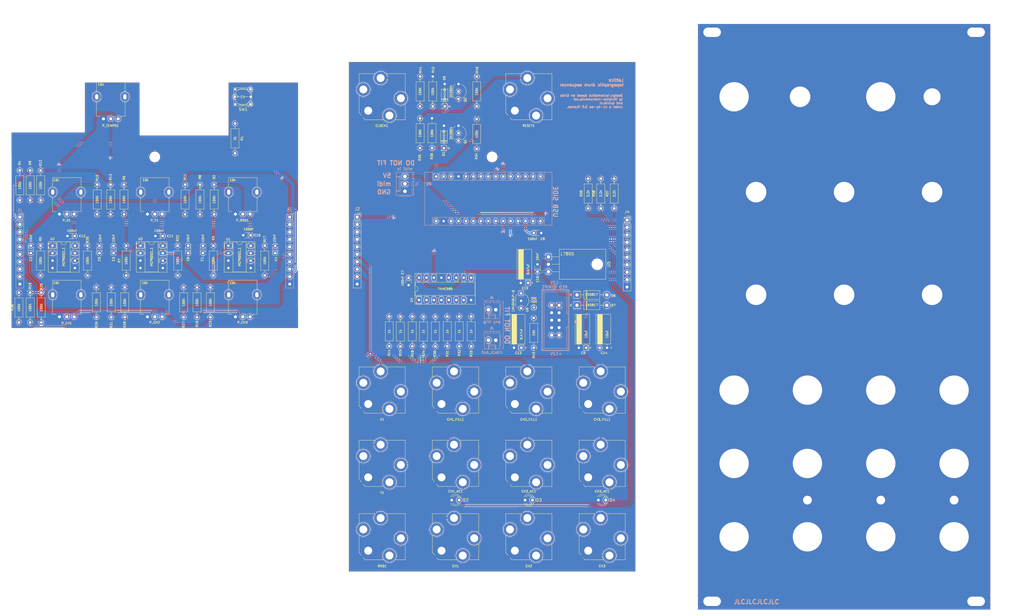
<source format=kicad_pcb>
(kicad_pcb (version 20211014) (generator pcbnew)
  (title_block (title "Lattice - topographic drum sequencer") (date "2022-07-13") (rev "v1") (company "strange orbits") (comment 1 "clone of mutable instruments grids"))
  (layers (0 "F.Cu" signal) (31 "B.Cu" signal) (34 "B.Paste" user) (35 "F.Paste" user) (36 "B.SilkS" user "B.Silkscreen") (37 "F.SilkS" user "F.Silkscreen") (38 "B.Mask" user) (39 "F.Mask" user) (44 "Edge.Cuts" user))
  (net 0 "")
  (net 1 "SCK")
  (net 2 "MOSI")
  (net 3 "GND")
  (net 4 "SS")
  (net 5 "P_TEMPO")
  (net 6 "LED_CH1")
  (net 7 "LED_CH2")
  (net 8 "CV_CH3")
  (net 9 "LED_CH3")
  (net 10 "CV_CH2")
  (net 11 "LED_CLOCK")
  (net 12 "CV_CH1")
  (net 13 "SW_RESET")
  (net 14 "CV_RND")
  (net 15 "IN_RESET")
  (net 16 "CV_Y")
  (net 17 "CV_X")
  (net 18 "Net-(A1-Pad18)")
  (net 19 "IN_MIDI")
  (net 20 "IN_CLOCK")
  (net 21 "Net-(C3-Pad2)")
  (net 22 "Net-(C4-Pad2)")
  (net 23 "ref_5")
  (net 24 "Net-(C5-Pad2)")
  (net 25 "Net-(C6-Pad2)")
  (net 26 "J_CH1")
  (net 27 "J_CH2")
  (net 28 "P_CH1")
  (net 29 "P_CH2")
  (net 30 "J_RND")
  (net 31 "J_X")
  (net 32 "J_Y")
  (net 33 "J_CLK")
  (net 34 "J_RESET")
  (net 35 "P_Y")
  (net 36 "P_X")
  (net 37 "P_RND")
  (net 38 "P_CH3")
  (net 39 "J_CH3")
  (net 40 "+12V")
  (net 41 "-12V")
  (net 42 "Net-(D5-Pad1)")
  (net 43 "CH1")
  (net 44 "CH2")
  (net 45 "CH3")
  (net 46 "CH1_ACC")
  (net 47 "CH2_ACC")
  (net 48 "CH3_ACC")
  (net 49 "CH_CLOCK")
  (net 50 "CH_RND")
  (net 51 "+5V")
  (net 72 "J_CH1_ctrl")
  (net 73 "J_CH2_ctrl")
  (net 74 "J_CH3_ctrl")
  (net 75 "J_RND_ctrl")
  (net 76 "J_X_ctrl")
  (net 77 "J_Y_ctrl")
  (net 78 "CV_Y_ctrl")
  (net 79 "CV_CH1_ctrl")
  (net 80 "CV_CH3_ctrl")
  (net 81 "CV_X_ctrl")
  (net 82 "CV_RND_ctrl")
  (net 83 "CV_CH2_ctrl")
  (net 84 "ref_5_ctrl")
  (net 85 "Net-(C1-Pad2)")
  (net 86 "Net-(C2-Pad2)")
  (net 87 "Net-(D1-Pad1)")
  (net 88 "Net-(D2-Pad2)")
  (net 89 "Net-(D3-Pad2)")
  (net 90 "Net-(D4-Pad2)")
  (net 91 "Net-(D6-Pad2)")
  (net 92 "Net-(D7-Pad1)")
  (net 93 "LED_CLOCK_ctrl")
  (net 94 "SW_RESET_ctrl")
  (net 95 "Net-(R30-Pad2)")
  (net 96 "Net-(R31-Pad2)")
  (net 97 "Net-(R32-Pad2)")
  (net 102 "P_TEMPO_ctrl")
  (net 103 "Net-(R1-Pad1)")
  (net 104 "Net-(R14-Pad2)")
  (net 105 "Net-(R15-Pad2)")
  (net 106 "Net-(R18-Pad2)")
  (net 107 "Net-(R24-Pad2)")
  (net 108 "Net-(R33-Pad2)")
  (footprint "ao_tht:C_Disc_D3.0mm_W1.6mm_P2.50mm" (layer "F.Cu") (at 75.946 98.278 90)
    (fp_text reference "C3")
    (fp_text value "10nf")
  )
  (footprint "ao_tht:C_Disc_D3.0mm_W1.6mm_P2.50mm" (layer "F.Cu") (at 47.752 95.758 -90)
    (fp_text reference "C2")
    (fp_text value "10nf")
  )
  (footprint "ao_tht:C_Disc_D3.0mm_W1.6mm_P2.50mm" (layer "F.Cu") (at 221.742 91.44 180)
    (fp_text reference "C8")
    (fp_text value "100nf")
  )
  (footprint "ao_tht:R_Axial_DIN0207_L6.3mm_D2.5mm_P10.16mm_Horizontal" (layer "F.Cu") (at 79.502 85.09 90)
    (fp_text reference "R6")
    (fp_text value "100k")
  )
  (footprint "ao_tht:R_Axial_DIN0207_L6.3mm_D2.5mm_P10.16mm_Horizontal" (layer "F.Cu") (at 70.358 85.09 90)
    (fp_text reference "R10")
    (fp_text value "100k")
  )
  (footprint "ao_tht:R_Axial_DIN0207_L6.3mm_D2.5mm_P10.16mm_Horizontal" (layer "F.Cu") (at 74.93 85.09 90)
    (fp_text reference "R13")
    (fp_text value "100k")
  )
  (footprint "ao_tht:R_Axial_DIN0207_L6.3mm_D2.5mm_P10.16mm_Horizontal" (layer "F.Cu") (at 43.958 80.264 90)
    (fp_text reference "R4")
    (fp_text value "100k")
  )
  (footprint "ao_tht:R_Axial_DIN0207_L6.3mm_D2.5mm_P10.16mm_Horizontal" (layer "F.Cu") (at 47.514 80.264 90)
    (fp_text reference "R9")
    (fp_text value "100k")
  )
  (footprint "ao_tht:R_Axial_DIN0207_L6.3mm_D2.5mm_P10.16mm_Horizontal" (layer "F.Cu") (at 51.07 80.264 90)
    (fp_text reference "R12")
    (fp_text value "100k")
  )
  (footprint "ao_tht:R_Axial_DIN0207_L6.3mm_D2.5mm_P10.16mm_Horizontal" (layer "F.Cu") (at 80.264 105.918 90)
    (fp_text reference "R7")
    (fp_text value "100k")
  )
  (footprint "ao_tht:R_Axial_DIN0207_L6.3mm_D2.5mm_P10.16mm_Horizontal" (layer "F.Cu") (at 51.054 95.758 -90)
    (fp_text reference "R5")
    (fp_text value "100k")
  )
  (footprint "ao_tht:DIP-8_W7.62mm_Socket_LongPads" (layer "F.Cu") (at 55.144 95.768)
    (fp_text reference "U2")
    (fp_text value "MCP6002_1")
  )
  (footprint "ao_tht:C_Disc_D3.0mm_W1.6mm_P2.50mm" (layer "F.Cu") (at 62.718 92.456 180)
    (fp_text reference "C12")
    (fp_text value "100nf")
  )
  (footprint "ao_tht:C_Disc_D3.0mm_W1.6mm_P2.50mm" (layer "F.Cu") (at 71.12 95.778 -90)
    (fp_text reference "C5")
    (fp_text value "10nf")
  )
  (footprint "ao_tht:C_Disc_D3.0mm_W1.6mm_P2.50mm" (layer "F.Cu") (at 106.426 98.278 90)
    (fp_text reference "C1")
    (fp_text value "10nf")
  )
  (footprint "ao_tht:C_Disc_D3.0mm_W1.6mm_P2.50mm" (layer "F.Cu") (at 92.71 92.456 180)
    (fp_text reference "C11")
    (fp_text value "100nf")
  )
  (footprint "ao_tht:R_Axial_DIN0207_L6.3mm_D2.5mm_P10.16mm_Horizontal" (layer "F.Cu") (at 47.498 111.76 -90)
    (fp_text reference "R19")
    (fp_text value "100k")
  )
  (footprint "ao_tht:R_Axial_DIN0207_L6.3mm_D2.5mm_P10.16mm_Horizontal" (layer "F.Cu") (at 51.308 111.76 -90)
    (fp_text reference "R25")
    (fp_text value "100k")
  )
  (footprint "ao_tht:R_Axial_DIN0207_L6.3mm_D2.5mm_P10.16mm_Horizontal" (layer "F.Cu") (at 43.688 111.76 -90)
    (fp_text reference "R28")
    (fp_text value "100k")
  )
  (footprint "ao_tht:R_Axial_DIN0207_L6.3mm_D2.5mm_P10.16mm_Horizontal" (layer "F.Cu") (at 110.236 85.09 90)
    (fp_text reference "R2")
    (fp_text value "100k")
  )
  (footprint "ao_tht:R_Axial_DIN0207_L6.3mm_D2.5mm_P10.16mm_Horizontal" (layer "F.Cu") (at 105.41 85.09 90)
    (fp_text reference "R8")
    (fp_text value "100k")
  )
  (footprint "ao_tht:R_Axial_DIN0207_L6.3mm_D2.5mm_P10.16mm_Horizontal" (layer "F.Cu") (at 100.33 85.09 90)
    (fp_text reference "R11")
    (fp_text value "100k")
  )
  (footprint "ao_tht:R_Axial_DIN0207_L6.3mm_D2.5mm_P10.16mm_Horizontal" (layer "F.Cu") (at 67.056 95.758 -90)
    (fp_text reference "R20")
    (fp_text value "100k")
  )
  (footprint "ao_tht:R_Axial_DIN0207_L6.3mm_D2.5mm_P10.16mm_Horizontal" (layer "F.Cu") (at 109.982 105.918 90)
    (fp_text reference "R3")
    (fp_text value "100k")
  )
  (footprint "ao_tht:DIP-8_W7.62mm_Socket_LongPads" (layer "F.Cu") (at 85.116 95.768)
    (fp_text reference "U3")
    (fp_text value "MCP6002_1")
  )
  (footprint "ao_tht:C_Disc_D3.0mm_W1.6mm_P2.50mm" (layer "F.Cu") (at 131.064 95.778 -90)
    (fp_text reference "C4")
    (fp_text value "10nf")
  )
  (footprint "ao_tht:C_Disc_D3.0mm_W1.6mm_P2.50mm" (layer "F.Cu") (at 101.362 95.778 -90)
    (fp_text reference "C6")
    (fp_text value "10nf")
  )
  (footprint "ao_tht:C_Disc_D3.0mm_W1.6mm_P2.50mm" (layer "F.Cu") (at 122.678 92.202 180)
    (fp_text reference "C10")
    (fp_text value "100nf")
  )
  (footprint "ao_tht:R_Axial_DIN0207_L6.3mm_D2.5mm_P10.16mm_Horizontal" (layer "F.Cu") (at 104.394 109.982 -90)
    (fp_text reference "R16")
    (fp_text value "100k")
  )
  (footprint "ao_tht:R_Axial_DIN0207_L6.3mm_D2.5mm_P10.16mm_Horizontal" (layer "F.Cu") (at 108.966 109.982 -90)
    (fp_text reference "R23")
    (fp_text value "100k")
  )
  (footprint "ao_tht:R_Axial_DIN0207_L6.3mm_D2.5mm_P10.16mm_Horizontal" (layer "F.Cu") (at 99.822 109.982 -90)
    (fp_text reference "R27")
    (fp_text value "100k")
  )
  (footprint "ao_tht:R_Axial_DIN0207_L6.3mm_D2.5mm_P10.16mm_Horizontal" (layer "F.Cu") (at 75.184 109.982 -90)
    (fp_text reference "R21")
    (fp_text value "100k")
  )
  (footprint "ao_tht:R_Axial_DIN0207_L6.3mm_D2.5mm_P10.16mm_Horizontal" (layer "F.Cu") (at 70.104 109.982 -90)
    (fp_text reference "R26")
    (fp_text value "100k")
  )
  (footprint "ao_tht:R_Axial_DIN0207_L6.3mm_D2.5mm_P10.16mm_Horizontal" (layer "F.Cu") (at 79.756 109.982 -90)
    (fp_text reference "R29")
    (fp_text value "100k")
  )
  (footprint "ao_tht:R_Axial_DIN0207_L6.3mm_D2.5mm_P10.16mm_Horizontal" (layer "F.Cu") (at 127.508 95.758 -90)
    (fp_text reference "R17")
    (fp_text value "100k")
  )
  (footprint "ao_tht:R_Axial_DIN0207_L6.3mm_D2.5mm_P10.16mm_Horizontal" (layer "F.Cu") (at 97.79 95.758 -90)
    (fp_text reference "R22")
    (fp_text value "100k")
  )
  (footprint "ao_tht:DIP-8_W7.62mm_Socket_LongPads" (layer "F.Cu") (at 115.088 95.768)
    (fp_text reference "U1")
    (fp_text value "MCP6002_1")
  )
  (footprint "LED_THT:LED_D3.0mm" (layer "F.Cu") (at 191.225 182.5)
    (fp_text reference "D2")
    (fp_text value "CH1")
  )
  (footprint "LED_THT:LED_D3.0mm" (layer "F.Cu") (at 216.225 182.5)
    (fp_text reference "D3")
    (fp_text value "CH2")
  )
  (footprint "LED_THT:LED_D3.0mm" (layer "F.Cu") (at 241.225 182.5)
    (fp_text reference "D4")
    (fp_text value "CH3")
  )
  (footprint "ao_tht:Jack_6.35mm_PJ_629HAN" (layer "F.Cu") (at 192.5 145 -90)
    (fp_text reference "CH1_FILL1")
    (fp_text value "CV_CH1")
  )
  (footprint "ao_tht:Jack_6.35mm_PJ_629HAN" (layer "F.Cu") (at 167.5 195 -90)
    (fp_text reference "RND1")
    (fp_text value "CV_RND")
  )
  (footprint "ao_tht:Jack_6.35mm_PJ_629HAN" (layer "F.Cu") (at 217.5 145 -90)
    (fp_text reference "CH2_FILL1")
    (fp_text value "CV_CH2")
  )
  (footprint "ao_tht:Jack_6.35mm_PJ_629HAN" (layer "F.Cu") (at 167.5 145 -90)
    (fp_text reference "X1")
    (fp_text value "CV_X")
  )
  (footprint "ao_tht:Jack_6.35mm_PJ_629HAN" (layer "F.Cu") (at 242.5 145 -90)
    (fp_text reference "CH3_FILL1")
    (fp_text value "CV_CH3")
  )
  (footprint "ao_tht:Jack_6.35mm_PJ_629HAN" (layer "F.Cu") (at 167.5 170 -90)
    (fp_text reference "Y1")
    (fp_text value "CV_Y")
  )
  (footprint "ao_tht:Jack_6.35mm_PJ_629HAN" (layer "F.Cu") (at 167.5 45 -90)
    (fp_text reference "CLOCK1")
    (fp_text value "CV_CLOCK")
  )
  (footprint "ao_tht:Jack_6.35mm_PJ_629HAN" (layer "F.Cu") (at 217.5 45 -90)
    (fp_text reference "RESET1")
    (fp_text value "CV_RESET")
  )
  (footprint "ao_tht:Potentiometer_Alpha_RD901F-40-00D_Single_Vertical_centered" (layer "F.Cu") (at 60 112.5 90)
    (fp_text reference "P_CH1")
    (fp_text value "10k")
  )
  (footprint "ao_tht:Potentiometer_Alpha_RD901F-40-00D_Single_Vertical_centered" (layer "F.Cu") (at 90 112.5 90)
    (fp_text reference "P_CH2")
    (fp_text value "10k")
  )
  (footprint "ao_tht:Potentiometer_Alpha_RD901F-40-00D_Single_Vertical_centered" (layer "F.Cu") (at 120 112.5 90)
    (fp_text reference "P_CH3")
    (fp_text value "10k")
  )
  (footprint "ao_tht:Potentiometer_Alpha_RD901F-40-00D_Single_Vertical_centered" (layer "F.Cu") (at 60 77.5 90)
    (fp_text reference "P_X1")
    (fp_text value "10k")
  )
  (footprint "ao_tht:Potentiometer_Alpha_RD901F-40-00D_Single_Vertical_centered" (layer "F.Cu") (at 120 77.5 90)
    (fp_text reference "P_RND1")
    (fp_text value "10k")
  )
  (footprint "ao_tht:Potentiometer_Alpha_RD901F-40-00D_Single_Vertical_centered" (layer "F.Cu") (at 90 77.5 90)
    (fp_text reference "P_Y1")
    (fp_text value "10k")
  )
  (footprint "ao_tht:Potentiometer_Alpha_RD901F-40-00D_Single_Vertical_centered" (layer "F.Cu") (at 75 45 90)
    (fp_text reference "P_TEMPO1")
    (fp_text value "10k")
  )
  (footprint "ao_tht:CP_Radial_horizontalflat_D5mm_P2.50mm_H10mm_south" (layer "F.Cu") (at 217.254 108.458 180)
    (fp_text reference "C15")
    (fp_text value "0.47uf")
  )
  (footprint "ao_tht:C_Disc_D3.0mm_W1.6mm_P2.50mm" (layer "F.Cu") (at 220.472 104.628 90)
    (fp_text reference "C16")
    (fp_text value "10nf")
  )
  (footprint "ao_tht:CP_Radial_horizontalflat_D5mm_P2.50mm_H10mm_south" (layer "F.Cu") (at 237.066 130.556 180)
    (fp_text reference "C9")
    (fp_text value "10uf")
  )
  (footprint "ao_tht:CP_Radial_horizontalflat_D5mm_P2.50mm_H10mm_south" (layer "F.Cu") (at 244.178 130.556 180)
    (fp_text reference "C14")
    (fp_text value "10uf")
  )
  (footprint "ao_tht:CP_Radial_horizontalflat_D5mm_P2.50mm_H10mm_south" (layer "F.Cu") (at 214.968 130.556 180)
    (fp_text reference "C13")
    (fp_text value "0.47uf")
  )
  (footprint "ao_tht:TO-92_Inline_Wide" (layer "F.Cu") (at 193.548 40.64 -90)
    (fp_text reference "Q2")
    (fp_text value "2N3904")
  )
  (footprint "ao_tht:TO-92_Inline_Wide" (layer "F.Cu") (at 193.548 54.864 -90)
    (fp_text reference "Q1")
    (fp_text value "2N3904")
  )
  (footprint "ao_tht:R_Axial_DIN0207_L6.3mm_D2.5mm_P10.16mm_Horizontal" (layer "F.Cu") (at 219.202 130.556 90)
    (fp_text reference "R43")
    (fp_text value "10k")
  )
  (footprint "ao_tht:R_Axial_DIN0207_L6.3mm_D2.5mm_P10.16mm_Horizontal" (layer "F.Cu") (at 169.926 130.048 90)
    (fp_text reference "R14")
    (fp_text value "1k")
  )
  (footprint "ao_tht:R_Axial_DIN0207_L6.3mm_D2.5mm_P10.16mm_Horizontal" (layer "F.Cu") (at 173.736 130.096 90)
    (fp_text reference "R15")
    (fp_text value "1k")
  )
  (footprint "ao_tht:R_Axial_DIN0207_L6.3mm_D2.5mm_P10.16mm_Horizontal" (layer "F.Cu") (at 177.8 130.048 90)
    (fp_text reference "R18")
    (fp_text value "1k")
  )
  (footprint "ao_tht:R_Axial_DIN0207_L6.3mm_D2.5mm_P10.16mm_Horizontal" (layer "F.Cu") (at 181.61 130.096 90)
    (fp_text reference "R24")
    (fp_text value "1k")
  )
  (footprint "ao_tht:R_Axial_DIN0207_L6.3mm_D2.5mm_P10.16mm_Horizontal" (layer "F.Cu") (at 185.674 130.096 90)
    (fp_text reference "R30")
    (fp_text value "1k")
  )
  (footprint "ao_tht:R_Axial_DIN0207_L6.3mm_D2.5mm_P10.16mm_Horizontal" (layer "F.Cu") (at 189.738 130.048 90)
    (fp_text reference "R31")
    (fp_text value "1k")
  )
  (footprint "ao_tht:R_Axial_DIN0207_L6.3mm_D2.5mm_P10.16mm_Horizontal" (layer "F.Cu") (at 193.802 130.048 90)
    (fp_text reference "R32")
    (fp_text value "1k")
  )
  (footprint "ao_tht:R_Axial_DIN0207_L6.3mm_D2.5mm_P10.16mm_Horizontal" (layer "F.Cu") (at 197.866 130.048 90)
    (fp_text reference "R33")
    (fp_text value "1k")
  )
  (footprint "ao_tht:R_Axial_DIN0207_L6.3mm_D2.5mm_P10.16mm_Horizontal" (layer "F.Cu") (at 180.446 48.26 90)
    (fp_text reference "R41")
    (fp_text value "100k")
  )
  (footprint "ao_tht:R_Axial_DIN0207_L6.3mm_D2.5mm_P10.16mm_Horizontal" (layer "F.Cu") (at 184.764 48.26 90)
    (fp_text reference "R42")
    (fp_text value "100k")
  )
  (footprint "ao_tht:R_Axial_DIN0207_L6.3mm_D2.5mm_P10.16mm_Horizontal" (layer "F.Cu") (at 199.75 48.26 90)
    (fp_text reference "R40")
    (fp_text value "100k")
  )
  (footprint "ao_tht:R_Axial_DIN0207_L6.3mm_D2.5mm_P10.16mm_Horizontal" (layer "F.Cu") (at 180.446 62.484 90)
    (fp_text reference "R35")
    (fp_text value "100k")
  )
  (footprint "ao_tht:R_Axial_DIN0207_L6.3mm_D2.5mm_P10.16mm_Horizontal" (layer "F.Cu") (at 184.51 62.484 90)
    (fp_text reference "R36")
    (fp_text value "100k")
  )
  (footprint "ao_tht:R_Axial_DIN0207_L6.3mm_D2.5mm_P10.16mm_Horizontal" (layer "F.Cu") (at 199.75 52.578 -90)
    (fp_text reference "R34")
    (fp_text value "100k")
  )
  (footprint "Package_TO_SOT_THT:TO-220-3_Horizontal_TabDown" (layer "F.Cu") (at 224.196 99.568 -90)
    (fp_text reference "U5")
    (fp_text value "L7805")
  )
  (footprint "ao_tht:TO-92_Inline_Wide" (layer "F.Cu") (at 214.884 112.014 -90)
    (fp_text reference "U6")
    (fp_text value "LM4040LP-5")
  )
  (footprint "ao_tht:DIP-16_W7.62mm_Socket_LongPads" (layer "F.Cu") (at 180.076 114.29 90)
    (fp_text reference "U4")
    (fp_text value "74HC595")
  )
  (footprint "ao_tht:C_Disc_D3.0mm_W1.6mm_P2.50mm" (layer "F.Cu") (at 176.53 106.7 -90)
    (fp_text reference "C7")
    (fp_text value "100nf")
  )
  (footprint "ao_tht:R_Axial_DIN0207_L6.3mm_D2.5mm_P10.16mm_Horizontal" (layer "F.Cu") (at 117.348 54.102 -90)
    (fp_text reference "R1")
    (fp_text value "2k")
  )
  (footprint "ao_tht:R_Axial_DIN0207_L6.3mm_D2.5mm_P10.16mm_Horizontal" (layer "F.Cu") (at 246.634 83.058 90)
    (fp_text reference "R37")
    (fp_text value "2.2k")
  )
  (footprint "ao_tht:R_Axial_DIN0207_L6.3mm_D2.5mm_P10.16mm_Horizontal" (layer "F.Cu") (at 242.062 83.058 90)
    (fp_text reference "R38")
    (fp_text value "2.2k")
  )
  (footprint "ao_tht:R_Axial_DIN0207_L6.3mm_D2.5mm_P10.16mm_Horizontal" (layer "F.Cu") (at 237.744 83.058 90)
    (fp_text reference "R39")
    (fp_text value "2.2k")
  )
  (footprint "ao_tht:Jack_6.35mm_PJ_629HAN" (layer "F.Cu") (at 192.5 195 -90)
    (fp_text reference "CH1")
    (fp_text value "CH1")
  )
  (footprint "ao_tht:Jack_6.35mm_PJ_629HAN" (layer "F.Cu") (at 217.5 195 -90)
    (fp_text reference "CH2")
    (fp_text value "CH2")
  )
  (footprint "ao_tht:Jack_6.35mm_PJ_629HAN" (layer "F.Cu") (at 242.5 195 -90)
    (fp_text reference "CH3")
    (fp_text value "CH3")
  )
  (footprint "ao_tht:Jack_6.35mm_PJ_629HAN" (layer "F.Cu") (at 192.5 170 -90)
    (fp_text reference "CH1_AC1")
    (fp_text value "CH1_ACC")
  )
  (footprint "ao_tht:Jack_6.35mm_PJ_629HAN" (layer "F.Cu") (at 217.5 170 -90)
    (fp_text reference "CH2_AC1")
    (fp_text value "CH2_ACC")
  )
  (footprint "ao_tht:Jack_6.35mm_PJ_629HAN" (layer "F.Cu") (at 242.5 170 -90)
    (fp_text reference "CH3_AC1")
    (fp_text value "CH3_ACC")
  )
  (footprint "MountingHole:MountingHole_3.2mm_M3" (layer "F.Cu") (at 90 65.5)
    (fp_text reference "H2" hide)
    (fp_text value "MountingHole")
  )
  (footprint "MountingHole:MountingHole_3.2mm_M3" (layer "F.Cu") (at 205 65.5)
    (fp_text reference "H1" hide)
    (fp_text value "MountingHole")
  )
  (footprint "Kosmo_panel:Kosmo_Jack_Hole" (layer "F.Cu") (at 362.5 145)
    (fp_text reference "REF**" hide)
    (fp_text value "Kosmo_Jack_Hole")
  )
  (footprint "ao_tht:HIGHLY_PB6149L" (layer "F.Cu") (at 120 45 90)
    (fp_text reference "SW1")
    (fp_text value "PB6149-L-s")
  )
  (footprint "Kosmo_panel:Kosmo_Jack_Hole" (layer "F.Cu") (at 287.5 195)
    (fp_text reference "REF**" hide)
    (fp_text value "Kosmo_Jack_Hole")
  )
  (footprint "ao_tht:D_DO-35_SOD27_P7.62mm_Horizontal" (layer "F.Cu") (at 188.828 48.26 90)
    (fp_text reference "D5")
    (fp_text value "1N4148")
  )
  (footprint "Kosmo_panel:Kosmo_Pot_Hole" (layer "F.Cu") (at 355 77.5)
    (fp_text reference "REF**" hide)
    (fp_text value "Kosmo_Pot_Hole")
  )
  (footprint "Kosmo_panel:Kosmo_Jack_Hole" (layer "F.Cu") (at 337.5 145)
    (fp_text reference "REF**" hide)
    (fp_text value "Kosmo_Jack_Hole")
  )
  (footprint "Kosmo_panel:Kosmo_Jack_Hole" (layer "F.Cu") (at 337.5 195)
    (fp_text reference "REF**" hide)
    (fp_text value "Kosmo_Jack_Hole")
  )
  (footprint "panelart:lattice_panel" (layer "F.Cu") (at 325 120)
    (fp_text reference "G***")
    (fp_text value "LOGO" hide)
  )
  (footprint "Kosmo_panel:Kosmo_Jack_Hole" (layer "F.Cu") (at 362.5 195)
    (fp_text reference "REF**" hide)
    (fp_text value "Kosmo_Jack_Hole")
  )
  (footprint "Kosmo_panel:Kosmo_Pot_Hole" (layer "F.Cu") (at 355 112.5)
    (fp_text reference "REF**" hide)
    (fp_text value "Kosmo_Pot_Hole")
  )
  (footprint "ao_tht:D_DO-41_SOD81_P10.16mm_Horizontal" (layer "F.Cu") (at 233.934 112.522)
    (fp_text reference "D6")
    (fp_text value "1N5817")
  )
  (footprint "Kosmo_panel:Kosmo_Pot_Hole" (layer "F.Cu") (at 295 77.5)
    (fp_text reference "REF**" hide)
    (fp_text value "Kosmo_Pot_Hole")
  )
  (footprint "Kosmo_panel:Kosmo_Jack_Hole" (layer "F.Cu") (at 312.5 170)
    (fp_text reference "REF**" hide)
    (fp_text value "Kosmo_Jack_Hole")
  )
  (footprint "Connector_PinSocket_2.54mm:PinSocket_1x10_P2.54mm_Vertical" (layer "F.Cu") (at 159 86)
    (fp_text reference "J2")
    (fp_text value "Conn_01x10_Female")
  )
  (footprint "Kosmo_panel:Kosmo_LED_3mm" (layer "F.Cu") (at 312.5 182.5)
    (fp_text reference "REF**" hide)
    (fp_text value "Kosmo_3mm_LED")
  )
  (footprint "Kosmo_panel:Kosmo_Jack_Hole" (layer "F.Cu") (at 337.5 45)
    (fp_text reference "REF**" hide)
    (fp_text value "Kosmo_Jack_Hole")
  )
  (footprint "Kosmo_panel:Kosmo_LED_3mm" (layer "F.Cu") (at 362.5 182.5)
    (fp_text reference "REF**" hide)
    (fp_text value "Kosmo_3mm_LED")
  )
  (footprint "ao_tht:D_DO-35_SOD27_P7.62mm_Horizontal" (layer "F.Cu") (at 188.574 62.484 90)
    (fp_text reference "D1")
    (fp_text value "1N4148")
  )
  (footprint "Kosmo_panel:Kosmo_Panel_Dual_Slotted_Mounting_Holes" (layer "F.Cu") (at 368.6 217)
    (fp_text reference "REF**" hide)
    (fp_text value "Kosmo_Panel_Dual_Slotted_Mounting_Holes")
  )
  (footprint "Kosmo_panel:Kosmo_Pot_Hole" (layer "F.Cu") (at 295 112.5)
    (fp_text reference "REF**" hide)
    (fp_text value "Kosmo_Pot_Hole")
  )
  (footprint "Connector_PinSocket_2.54mm:PinSocket_1x10_P2.54mm_Vertical" (layer "F.Cu") (at 251 87)
    (fp_text reference "J4")
    (fp_text value "Conn_01x10_Female")
  )
  (footprint "Kosmo_panel:Kosmo_Panel_Dual_Slotted_Mounting_Holes" (layer "F.Cu") (at 278.6 217)
    (fp_text reference "REF**" hide)
    (fp_text value "Kosmo_Panel_Dual_Slotted_Mounting_Holes")
  )
  (footprint "Kosmo_panel:Kosmo_Jack_Hole" (layer "F.Cu") (at 287.5 170)
    (fp_text reference "REF**" hide)
    (fp_text value "Kosmo_Jack_Hole")
  )
  (footprint "Kosmo_panel:Kosmo_Jack_Hole" (layer "F.Cu") (at 287.5 145)
    (fp_text reference "REF**" hide)
    (fp_text value "Kosmo_Jack_Hole")
  )
  (footprint "Kosmo_panel:Kosmo_Jack_Hole" (layer "F.Cu") (at 287.5 45)
    (fp_text reference "REF**" hide)
    (fp_text value "Kosmo_Jack_Hole")
  )
  (footprint "Kosmo_panel:Kosmo_LED_3mm" (layer "F.Cu") (at 337.5 182.5)
    (fp_text reference "REF**" hide)
    (fp_text value "Kosmo_3mm_LED")
  )
  (footprint "Kosmo_panel:Kosmo_Pot_Hole" (layer "F.Cu") (at 310 45)
    (fp_text reference "REF**" hide)
    (fp_text value "Kosmo_Pot_Hole")
  )
  (footprint "ao_tht:D_DO-41_SOD81_P10.16mm_Horizontal" (layer "F.Cu") (at 233.934 116.078)
    (fp_text reference "D7")
    (fp_text value "1N5817")
  )
  (footprint "ao_tht:TestPoint_THTPad_D1.5mm_Drill0.7mm" (layer "F.Cu") (at 219.202 116.84)
    (fp_text reference "TP1")
    (fp_text value "-5V")
  )
  (footprint "Kosmo_panel:Kosmo_Jack_Hole" (layer "F.Cu") (at 362.5 170)
    (fp_text reference "REF**" hide)
    (fp_text value "Kosmo_Jack_Hole")
  )
  (footprint "Kosmo_panel:Kosmo_Pot_Hole" (layer "F.Cu") (at 325 77.5)
    (fp_text reference "REF**" hide)
    (fp_text value "Kosmo_Pot_Hole")
  )
  (footprint "Kosmo_panel:Kosmo_HIGHLY_PB6149L" (layer "F.Cu") (at 355 45)
    (fp_text reference "H25")
    (fp_text value "led")
  )
  (footprint "Kosmo_panel:Kosmo_Jack_Hole" (layer "F.Cu") (at 312.5 195)
    (fp_text reference "REF**" hide)
    (fp_text value "Kosmo_Jack_Hole")
  )
  (footprint "Kosmo_panel:Kosmo_Jack_Hole" (layer "F.Cu") (at 337.5 170)
    (fp_text reference "REF**" hide)
    (fp_text value "Kosmo_Jack_Hole")
  )
  (footprint "Kosmo_panel:Kosmo_Jack_Hole" (layer "F.Cu") (at 312.5 145)
    (fp_text reference "REF**" hide)
    (fp_text value "Kosmo_Jack_Hole")
  )
  (footprint "Kosmo_panel:Kosmo_Pot_Hole" (layer "F.Cu") (at 325 112.5)
    (fp_text reference "REF**" hide)
    (fp_text value "Kosmo_Pot_Hole")
  )
  (footprint "Module:Arduino_Nano" (layer "B.Cu") (at 185.928 72.146 -90)
    (fp_text reference "A1")
    (fp_text value "Arduino_Nano_v2.x")
  )
  (footprint "Connector_PinHeader_2.54mm:PinHeader_1x10_P2.54mm_Vertical" (layer "B.Cu") (at 44 86 180)
    (fp_text reference "J1")
    (fp_text value "Conn_01x10_Male")
  )
  (footprint "ao_tht:Power_Header" (layer "B.Cu") (at 227.838 116.078 180)
    (fp_text reference "J8")
    (fp_text value "Synth_power_2x5")
  )
  (footprint "ao_tht:Molex_KK-254_AE-6410-03A_1x03_P2.54mm_Vertical" (layer "B.Cu") (at 175.28 77.216 90)
    (fp_text reference "J7")
    (fp_text value "midi in")
  )
  (footprint "ao_tht:Molex_KK-254_AE-6410-02A_1x02_P2.54mm_Vertical" (layer "B.Cu") (at 206.248 117.602 180)
    (fp_text reference "J6")
    (fp_text value "any trig")
  )
  (footprint "ao_tht:Molex_KK-254_AE-6410-02A_1x02_P2.54mm_Vertical" (layer "B.Cu") (at 206.248 128 180)
    (fp_text reference "J5")
    (fp_text value "clock_out")
  )
  (footprint "Connector_PinHeader_2.54mm:PinHeader_1x10_P2.54mm_Vertical" (layer "B.Cu") (at 136 86 180)
    (fp_text reference "J3")
    (fp_text value "Conn_01x10_Male")
  )
  (gr_line (start 208.788 130.81) (end 208.28 130.81) (layer "B.SilkS") (width 0.12))
  (gr_line (start 208.788 114.808) (end 208.788 130.81) (layer "B.SilkS") (width 0.12))
  (gr_line (start 208.28 114.808) (end 208.788 114.808) (layer "B.SilkS") (width 0.12))
  (gr_line (start 275 20) (end 375 20) (layer "Edge.Cuts") (width 0.05))
  (gr_line (start 85 40) (end 66 40) (layer "Edge.Cuts") (width 0.05))
  (gr_line (start 115 40) (end 115 58) (layer "Edge.Cuts") (width 0.05))
  (gr_line (start 375 20) (end 375 220) (layer "Edge.Cuts") (width 0.05))
  (gr_line (start 66 40) (end 66 57) (layer "Edge.Cuts") (width 0.05))
  (gr_line (start 139 124) (end 139 40) (layer "Edge.Cuts") (width 0.05))
  (gr_line (start 275 220) (end 275 20) (layer "Edge.Cuts") (width 0.05))
  (gr_line (start 156 207) (end 156 33) (layer "Edge.Cuts") (width 0.05))
  (gr_line (start 115 58) (end 85 58) (layer "Edge.Cuts") (width 0.05))
  (gr_line (start 375 220) (end 275 220) (layer "Edge.Cuts") (width 0.05))
  (gr_line (start 85 40) (end 85 58) (layer "Edge.Cuts") (width 0.05))
  (gr_line (start 254 33) (end 156 33) (layer "Edge.Cuts") (width 0.05))
  (gr_line (start 139 40) (end 115 40) (layer "Edge.Cuts") (width 0.05))
  (gr_line (start 66 57) (end 41 57) (layer "Edge.Cuts") (width 0.05))
  (gr_line (start 254 207) (end 254 33) (layer "Edge.Cuts") (width 0.05))
  (gr_line (start 41 124) (end 41 57) (layer "Edge.Cuts") (width 0.05))
  (gr_line (start 139 124) (end 41 124) (layer "Edge.Cuts") (width 0.05))
  (gr_line (start 254 207) (end 156 207) (layer "Edge.Cuts") (width 0.05))
  (gr_text "Design/schematics based on Grids \nby Mutable-Instruments.net\nand quinie.nl \nunder a cc-by-sa 3.0 license. " (at 249.682 46.482) (layer "B.SilkS") (effects (font (size 0.8 0.8) (thickness 0.2)) (justify left mirror)))
  (gr_text "GND" (at 168.148 77.47) (layer "B.SilkS") (effects (font (size 1.5 1.5) (thickness 0.3)) (justify mirror)))
  (gr_text "DO NOT FIT" (at 172.212 67.564) (layer "B.SilkS") (effects (font (size 1.5 1.5) (thickness 0.3)) (justify mirror)))
  (gr_text "JLCJLCJLCJLC" (at 295.148 217.17) (layer "B.SilkS") (effects (font (size 1.5 1.5) (thickness 0.3))))
  (gr_text "Lattice\ntopographic drum sequencer" (at 249.936 40.132) (layer "B.SilkS") (effects (font (size 1 1) (thickness 0.25)) (justify left mirror)))
  (gr_text "midi" (at 168.148 74.676) (layer "B.SilkS") (effects (font (size 1.5 1.5) (thickness 0.3)) (justify mirror)))
  (gr_text "DO NOT FIT" (at 210.058 122.936 270) (layer "B.SilkS") (effects (font (size 1.5 1.5) (thickness 0.3)) (justify mirror)))
  (gr_text "USB SIDE" (at 226.568 80.772 -90) (layer "B.SilkS") (effects (font (size 1.5 1.5) (thickness 0.3)) (justify mirror)))
  (gr_text "5V" (at 169.164 71.882) (layer "B.SilkS") (effects (font (size 1.5 1.5) (thickness 0.3)) (justify mirror)))
  (segment (start 188.12248 96.42848) (end 192.776 101.082) (width 0.4) (layer "F.Cu") (net 1))
  (segment (start 183.04248 96.42848) (end 188.12248 96.42848) (width 0.4) (layer "F.Cu") (net 1))
  (segment (start 182.372 84.836) (end 179.578 87.63) (width 0.4) (layer "F.Cu") (net 1))
  (segment (start 179.578 92.964) (end 183.04248 96.42848) (width 0.4) (layer "F.Cu") (net 1))
  (segment (start 179.578 87.63) (end 179.578 92.964) (width 0.4) (layer "F.Cu") (net 1))
  (segment (start 221.488 87.386) (end 218.938 84.836) (width 0.4) (layer "F.Cu") (net 1))
  (segment (start 192.776 101.082) (end 192.776 106.67) (width 0.4) (layer "F.Cu") (net 1))
  (segment (start 218.938 84.836) (end 182.372 84.836) (width 0.4) (layer "F.Cu") (net 1))
  (segment (start 182.626 97.028) (end 184.6955 97.028) (width 0.4) (layer "F.Cu") (net 2))
  (segment (start 178.816 87.122) (end 178.816 93.218) (width 0.4) (layer "F.Cu") (net 2))
  (segment (start 207.02 84.074) (end 181.864 84.074) (width 0.4) (layer "F.Cu") (net 2))
  (segment (start 178.816 93.218) (end 182.626 97.028) (width 0.4) (layer "F.Cu") (net 2))
  (segment (start 184.6955 97.028) (end 185.166 97.4985) (width 0.4) (layer "F.Cu") (net 2))
  (segment (start 218.948 72.146) (end 207.02 84.074) (width 0.4) (layer "F.Cu") (net 2))
  (segment (start 181.864 84.074) (end 178.816 87.122) (width 0.4) (layer "F.Cu") (net 2))
  (via (at 185.166 97.4985) (size 0.8) (drill 0.4) (layers "F.Cu" "B.Cu") (net 2))
  (segment (start 185.156 97.5085) (end 185.156 106.67) (width 0.4) (layer "B.Cu") (net 2))
  (segment (start 185.166 97.4985) (end 185.156 97.5085) (width 0.4) (layer "B.Cu") (net 2))
  (segment (start 190.236 100.32) (end 190.236 106.67) (width 0.4) (layer "F.Cu") (net 4))
  (segment (start 177.8 93.472) (end 182.626 98.298) (width 0.4) (layer "F.Cu") (net 4))
  (segment (start 177.8 87.122) (end 177.8 93.472) (width 0.4) (layer "F.Cu") (net 4))
  (segment (start 205.242 83.312) (end 181.61 83.312) (width 0.4) (layer "F.Cu") (net 4))
  (segment (start 216.408 72.146) (end 205.242 83.312) (width 0.4) (layer "F.Cu") (net 4))
  (segment (start 182.626 98.298) (end 188.214 98.298) (width 0.4) (layer "F.Cu") (net 4))
  (segment (start 181.61 83.312) (end 177.8 87.122) (width 0.4) (layer "F.Cu") (net 4))
  (segment (start 188.214 98.298) (end 190.236 100.32) (width 0.4) (layer "F.Cu") (net 4))
  (segment (start 251 87) (end 225.43 87) (width 0.4) (layer "F.Cu") (net 5))
  (segment (start 225.43 87) (end 223.266 84.836) (width 0.4) (layer "F.Cu") (net 5))
  (via (at 223.266 84.836) (size 0.8) (drill 0.4) (layers "F.Cu" "B.Cu") (net 5))
  (segment (start 201.178 84.836) (end 198.628 87.386) (width 0.4) (layer "B.Cu") (net 5))
  (segment (start 223.266 84.836) (end 201.178 84.836) (width 0.4) (layer "B.Cu") (net 5))
  (segment (start 209.2585 67.31) (end 208.788 67.7805) (width 0.4) (layer "F.Cu") (net 6))
  (segment (start 246.634 72.898) (end 241.046 67.31) (width 0.4) (layer "F.Cu") (net 6))
  (segment (start 211.074 67.31) (end 209.2585 67.31) (width 0.4) (layer "F.Cu") (net 6))
  (segment (start 241.046 67.31) (end 211.074 67.31) (width 0.4) (layer "F.Cu") (net 6))
  (via (at 208.788 67.7805) (size 0.8) (drill 0.4) (layers "F.Cu" "B.Cu") (net 6))
  (segment (start 208.788 67.7805) (end 208.788 72.146) (width 0.4) (layer "B.Cu") (net 6))
  (segment (start 242.062 72.898) (end 237.744 68.58) (width 0.4) (layer "F.Cu") (net 7))
  (segment (start 237.744 68.58) (end 207.772 68.58) (width 0.4) (layer "F.Cu") (net 7))
  (segment (start 207.772 68.58) (end 206.756 69.596) (width 0.4) (layer "F.Cu") (net 7))
  (segment (start 206.756 69.596) (end 206.756 69.5585) (width 0.4) (layer "F.Cu") (net 7))
  (via (at 206.756 69.5585) (size 0.8) (drill 0.4) (layers "F.Cu" "B.Cu") (net 7))
  (segment (start 206.756 69.5585) (end 206.248 70.0665) (width 0.4) (layer "B.Cu") (net 7))
  (segment (start 206.248 70.0665) (end 206.248 72.146) (width 0.4) (layer "B.Cu") (net 7))
  (segment (start 244.518 95.758) (end 209.54 95.758) (width 0.4) (layer "F.Cu") (net 8))
  (segment (start 209.54 95.758) (end 201.168 87.386) (width 0.4) (layer "F.Cu") (net 8))
  (segment (start 251 102.24) (end 244.518 95.758) (width 0.4) (layer "F.Cu") (net 8))
  (segment (start 237.744 72.898) (end 235.204 70.358) (width 0.4) (layer "F.Cu") (net 9))
  (segment (start 235.204 70.358) (end 205.496 70.358) (width 0.4) (layer "F.Cu") (net 9))
  (segment (start 205.496 70.358) (end 203.708 72.146) (width 0.4) (layer "F.Cu") (net 9))
  (segment (start 251 99.7) (end 246.042 94.742) (width 0.4) (layer "F.Cu") (net 10))
  (segment (start 210.312 94.742) (end 203.708 88.138) (width 0.4) (layer "F.Cu") (net 10))
  (segment (start 203.708 88.138) (end 203.708 87.386) (width 0.4) (layer "F.Cu") (net 10))
  (segment (start 246.042 94.742) (end 210.312 94.742) (width 0.4) (layer "F.Cu") (net 10))
  (segment (start 201.168 72.146) (end 191.272 82.042) (width 0.4) (layer "F.Cu") (net 11))
  (segment (start 191.272 82.042) (end 175.514 82.042) (width 0.4) (layer "F.Cu") (net 11))
  (segment (start 175.514 82.042) (end 171.45 86.106) (width 0.4) (layer "F.Cu") (net 11))
  (via (at 171.45 86.106) (size 0.8) (drill 0.4) (layers "F.Cu" "B.Cu") (net 11))
  (segment (start 171.45 86.106) (end 171.344 86) (width 0.4) (layer "B.Cu") (net 11))
  (segment (start 171.344 86) (end 159 86) (width 0.4) (layer "B.Cu") (net 11))
  (segment (start 251 92.08) (end 248.836 89.916) (width 0.4) (layer "F.Cu") (net 12))
  (segment (start 208.778 89.916) (end 206.248 87.386) (width 0.4) (layer "F.Cu") (net 12))
  (segment (start 248.836 89.916) (end 208.778 89.916) (width 0.4) (layer "F.Cu") (net 12))
  (segment (start 198.628 72.146) (end 190.002 80.772) (width 0.4) (layer "F.Cu") (net 13))
  (segment (start 190.002 80.772) (end 175.26 80.772) (width 0.4) (layer "F.Cu") (net 13))
  (segment (start 175.26 80.772) (end 167.492 88.54) (width 0.4) (layer "F.Cu") (net 13))
  (segment (start 167.492 88.54) (end 159 88.54) (width 0.4) (layer "F.Cu") (net 13))
  (segment (start 251 97.16) (end 247.82 93.98) (width 0.4) (layer "F.Cu") (net 14))
  (segment (start 211.21332 93.98) (end 208.725668 91.492348) (width 0.4) (layer "F.Cu") (net 14))
  (segment (start 208.725668 91.492348) (end 208.725668 90.994332) (width 0.4) (layer "F.Cu") (net 14))
  (segment (start 247.82 93.98) (end 211.21332 93.98) (width 0.4) (layer "F.Cu") (net 14))
  (via (at 208.725668 90.994332) (size 0.8) (drill 0.4) (layers "F.Cu" "B.Cu") (net 14))
  (segment (start 208.725668 90.994332) (end 208.725668 87.448332) (width 0.4) (layer "B.Cu") (net 14))
  (segment (start 208.725668 87.448332) (end 208.788 87.386) (width 0.4) (layer "B.Cu") (net 14))
  (segment (start 199.75 68.484) (end 196.088 72.146) (width 0.4) (layer "F.Cu") (net 15))
  (segment (start 193.548 59.944) (end 198.374 59.944) (width 0.4) (layer "F.Cu") (net 15))
  (segment (start 199.75 62.738) (end 199.75 68.484) (width 0.4) (layer "F.Cu") (net 15))
  (segment (start 199.75 61.32) (end 199.75 62.738) (width 0.4) (layer "F.Cu") (net 15))
  (segment (start 198.374 59.944) (end 199.75 61.32) (width 0.4) (layer "F.Cu") (net 15))
  (segment (start 212.09 92.964) (end 249.344 92.964) (width 0.4) (layer "F.Cu") (net 16))
  (segment (start 249.344 92.964) (end 251 94.62) (width 0.4) (layer "F.Cu") (net 16))
  (segment (start 211.328 92.202) (end 212.09 92.964) (width 0.4) (layer "F.Cu") (net 16))
  (via (at 211.328 92.202) (size 0.8) (drill 0.4) (layers "F.Cu" "B.Cu") (net 16))
  (segment (start 211.328 92.202) (end 211.328 87.386) (width 0.4) (layer "B.Cu") (net 16))
  (segment (start 250.614 89.154) (end 215.636 89.154) (width 0.4) (layer "F.Cu") (net 17))
  (segment (start 215.636 89.154) (end 213.868 87.386) (width 0.4) (layer "F.Cu") (net 17))
  (segment (start 251 89.54) (end 250.614 89.154) (width 0.4) (layer "F.Cu") (net 17))
  (segment (start 217.424 91.44) (end 216.408 90.424) (width 0.4) (layer "B.Cu") (net 18))
  (segment (start 216.408 90.424) (end 216.408 87.386) (width 0.4) (layer "B.Cu") (net 18))
  (segment (start 219.242 91.44) (end 217.424 91.44) (width 0.4) (layer "B.Cu") (net 18))
  (segment (start 186.944 74.676) (end 188.468 73.152) (width 0.4) (layer "F.Cu") (net 19))
  (segment (start 175.28 74.676) (end 186.944 74.676) (width 0.4) (layer "F.Cu") (net 19))
  (segment (start 188.468 73.152) (end 188.468 72.146) (width 0.4) (layer "F.Cu") (net 19))
  (segment (start 196.342 45.72) (end 193.548 45.72) (width 0.4) (layer "F.Cu") (net 20))
  (segment (start 185.928 53.34) (end 185.928 72.146) (width 0.4) (layer "F.Cu") (net 20))
  (segment (start 193.548 45.72) (end 185.928 53.34) (width 0.4) (layer "F.Cu") (net 20))
  (segment (start 199.75 38.1) (end 199.75 42.312) (width 0.4) (layer "F.Cu") (net 20))
  (segment (start 199.75 42.312) (end 196.342 45.72) (width 0.4) (layer "F.Cu") (net 20))
  (segment (start 85.116 98.308) (end 82.814 98.308) (width 0.4) (layer "F.Cu") (net 21))
  (segment (start 80.244 95.778) (end 80.264 95.758) (width 0.4) (layer "F.Cu") (net 21))
  (segment (start 70.358 85.09) (end 74.93 85.09) (width 0.4) (layer "F.Cu") (net 21))
  (segment (start 74.93 85.09) (end 79.502 85.09) (width 0.4) (layer "F.Cu") (net 21))
  (segment (start 75.946 95.778) (end 80.244 95.778) (width 0.4) (layer "F.Cu") (net 21))
  (segment (start 82.814 98.308) (end 80.264 95.758) (width 0.4) (layer "F.Cu") (net 21))
  (segment (start 80.264 95.758) (end 80.264 85.852) (width 0.4) (layer "B.Cu") (net 21))
  (segment (start 80.264 85.852) (end 79.502 85.09) (width 0.4) (layer "B.Cu") (net 21))
  (segment (start 122.708 100.848) (end 113.574 109.982) (width 0.4) (layer "F.Cu") (net 22))
  (segment (start 127.508 102.108) (end 126.248 100.848) (width 0.4) (layer "F.Cu") (net 22))
  (segment (start 104.394 109.982) (end 108.966 109.982) (width 0.4) (layer "F.Cu") (net 22))
  (segment (start 113.574 109.982) (end 108.966 109.982) (width 0.4) (layer "F.Cu") (net 22))
  (segment (start 127.508 105.918) (end 129.54 105.918) (width 0.4) (layer "F.Cu") (net 22))
  (segment (start 99.822 109.982) (end 104.394 109.982) (width 0.4) (layer "F.Cu") (net 22))
  (segment (start 131.064 104.394) (end 131.064 98.278) (width 0.4) (layer "F.Cu") (net 22))
  (segment (start 126.248 100.848) (end 122.708 100.848) (width 0.4) (layer "F.Cu") (net 22))
  (segment (start 129.54 105.918) (end 131.064 104.394) (width 0.4) (layer "F.Cu") (net 22))
  (segment (start 127.508 105.918) (end 127.508 102.108) (width 0.4) (layer "F.Cu") (net 22))
  (segment (start 219.202 116.84) (end 219.202 120.396) (width 0.4) (layer "F.Cu") (net 23))
  (segment (start 214.968 130.556) (end 214.968 117.178) (width 0.4) (layer "F.Cu") (net 23))
  (segment (start 215.138 116.84) (end 214.884 117.094) (width 0.4) (layer "F.Cu") (net 23))
  (segment (start 219.202 116.84) (end 215.138 116.84) (width 0.4) (layer "F.Cu") (net 23))
  (segment (start 251 107.32) (end 228.722 107.32) (width 0.4) (layer "F.Cu") (net 23))
  (segment (start 228.722 107.32) (end 219.202 116.84) (width 0.4) (layer "F.Cu") (net 23))
  (segment (start 214.968 117.178) (end 214.884 117.094) (width 0.4) (layer "F.Cu") (net 23))
  (segment (start 43.688 111.76) (end 47.498 111.76) (width 0.4) (layer "F.Cu") (net 24))
  (segment (start 67.056 101.854) (end 66.05 100.848) (width 0.4) (layer "F.Cu") (net 24))
  (segment (start 66.05 100.848) (end 62.764 100.848) (width 0.4) (layer "F.Cu") (net 24))
  (segment (start 51.308 111.76) (end 62.22 100.848) (width 0.4) (layer "F.Cu") (net 24))
  (segment (start 71.12 101.854) (end 67.056 105.918) (width 0.4) (layer "F.Cu") (net 24))
  (segment (start 67.056 105.918) (end 67.056 101.854) (width 0.4) (layer "F.Cu") (net 24))
  (segment (start 47.498 111.76) (end 51.308 111.76) (width 0.4) (layer "F.Cu") (net 24))
  (segment (start 62.22 100.848) (end 62.764 100.848) (width 0.4) (layer "F.Cu") (net 24))
  (segment (start 71.12 98.278) (end 71.12 101.854) (width 0.4) (layer "F.Cu") (net 24))
  (segment (start 75.184 109.982) (end 79.756 109.982) (width 0.4) (layer "F.Cu") (net 25))
  (segment (start 92.736 100.848) (end 83.602 109.982) (width 0.4) (layer "F.Cu") (net 25))
  (segment (start 70.104 109.982) (end 75.184 109.982) (width 0.4) (layer "F.Cu") (net 25))
  (segment (start 97.79 105.918) (end 97.79 102.616) (width 0.4) (layer "F.Cu") (net 25))
  (segment (start 97.79 101.85) (end 101.362 98.278) (width 0.4) (layer "F.Cu") (net 25))
  (segment (start 83.602 109.982) (end 79.756 109.982) (width 0.4) (layer "F.Cu") (net 25))
  (segment (start 97.79 101.6) (end 97.038 100.848) (width 0.4) (layer "F.Cu") (net 25))
  (segment (start 97.038 100.848) (end 92.736 100.848) (width 0.4) (layer "F.Cu") (net 25))
  (segment (start 97.79 102.616) (end 97.79 101.85) (width 0.4) (layer "F.Cu") (net 25))
  (segment (start 97.79 102.616) (end 97.79 101.6) (width 0.4) (layer "F.Cu") (net 25))
  (segment (start 192 138.6) (end 192 137.136) (width 0.4) (layer "B.Cu") (net 26))
  (segment (start 189.992 135.128) (end 164.592 135.128) (width 0.4) (layer "B.Cu") (net 26))
  (segment (start 160.422 106.32) (end 159 106.32) (width 0.4) (layer "B.Cu") (net 26))
  (segment (start 162.306 132.842) (end 162.306 108.204) (width 0.4) (layer "B.Cu") (net 26))
  (segment (start 162.306 108.204) (end 160.422 106.32) (width 0.4) (layer "B.Cu") (net 26))
  (segment (start 192 137.136) (end 189.992 135.128) (width 0.4) (layer "B.Cu") (net 26))
  (segment (start 164.592 135.128) (end 162.306 132.842) (width 0.4) (layer "B.Cu") (net 26))
  (segment (start 164.67785 134.366) (end 162.983925 132.672075) (width 0.4) (layer "B.Cu") (net 27))
  (segment (start 162.983925 132.672075) (end 162.983925 105.223925) (width 0.4) (layer "B.Cu") (net 27))
  (segment (start 217 138.6) (end 217 136.482) (width 0.4) (layer "B.Cu") (net 27))
  (segment (start 162.983925 105.223925) (end 159 101.24) (width 0.4) (layer "B.Cu") (net 27))
  (segment (start 214.884 134.366) (end 164.67785 134.366) (width 0.4) (layer "B.Cu") (net 27))
  (segment (start 217 136.482) (end 214.884 134.366) (width 0.4) (layer "B.Cu") (net 27))
  (segment (start 49.022 123.444) (end 47.498 121.92) (width 0.4) (layer "B.Cu") (net 28))
  (segment (start 58.928 123.444) (end 49.022 123.444) (width 0.4) (layer "B.Cu") (net 28))
  (segment (start 60 122.372) (end 58.928 123.444) (width 0.4) (layer "B.Cu") (net 28))
  (segment (start 60 120) (end 60 122.372) (width 0.4) (layer "B.Cu") (net 28))
  (segment (start 88.646 118.11) (end 90 119.464) (width 0.4) (layer "B.Cu") (net 29))
  (segment (start 75.184 120.142) (end 77.216 118.11) (width 0.4) (layer "B.Cu") (net 29))
  (segment (start 77.216 118.11) (end 88.646 118.11) (width 0.4) (layer "B.Cu") (net 29))
  (segment (start 90 119.464) (end 90 120) (width 0.4) (layer "B.Cu") (net 29))
  (segment (start 167 188.6) (end 157.48 179.08) (width 0.4) (layer "F.Cu") (net 30))
  (segment (start 163.48448 131.91752) (end 163.48448 100.64448) (width 0.4) (layer "F.Cu") (net 30))
  (segment (start 157.48 137.922) (end 163.48448 131.91752) (width 0.4) (layer "F.Cu") (net 30))
  (segment (start 157.48 179.08) (end 157.48 137.922) (width 0.4) (layer "F.Cu") (net 30))
  (segment (start 163.48448 100.64448) (end 159 96.16) (width 0.4) (layer "F.Cu") (net 30))
  (segment (start 167 138.6) (end 167 135.25) (width 0.4) (layer "F.Cu") (net 31))
  (segment (start 164.68352 132.93352) (end 164.68352 96.76352) (width 0.4) (layer "F.Cu") (net 31))
  (segment (start 167 135.25) (end 164.68352 132.93352) (width 0.4) (layer "F.Cu") (net 31))
  (segment (start 164.68352 96.76352) (end 159 91.08) (width 0.4) (layer "F.Cu") (net 31))
  (segment (start 164.084 132.588) (end 164.084 98.704) (width 0.4) (layer "F.Cu") (net 32))
  (segment (start 158.242 158.91248) (end 158.242 138.43) (width 0.4) (layer "F.Cu") (net 32))
  (segment (start 158.242 138.43) (end 164.084 132.588) (width 0.4) (layer "F.Cu") (net 32))
  (segment (start 167 163.6) (end 162.92952 163.6) (width 0.4) (layer "F.Cu") (net 32))
  (segment (start 164.084 98.704) (end 159 93.62) (width 0.4) (layer "F.Cu") (net 32))
  (segment (start 162.92952 163.6) (end 158.242 158.91248) (width 0.4) (layer "F.Cu") (net 32))
  (segment (start 167 38.6) (end 179.946 38.6) (width 0.4) (layer "F.Cu") (net 33))
  (segment (start 179.946 38.6) (end 180.446 38.1) (width 0.4) (layer "F.Cu") (net 33))
  (segment (start 182.732 50.038) (end 194.564 50.038) (width 0.4) (layer "B.Cu") (net 34))
  (segment (start 194.564 50.038) (end 206.002 38.6) (width 0.4) (layer "B.Cu") (net 34))
  (segment (start 206.002 38.6) (end 217 38.6) (width 0.4) (layer "B.Cu") (net 34))
  (segment (start 180.446 52.324) (end 182.732 50.038) (width 0.4) (layer "B.Cu") (net 34))
  (segment (start 90 85) (end 90 76.792) (width 0.4) (layer "F.Cu") (net 35))
  (segment (start 90 76.792) (end 88.138 74.93) (width 0.4) (layer "F.Cu") (net 35))
  (segment (start 88.138 74.93) (end 79.502 74.93) (width 0.4) (layer "F.Cu") (net 35))
  (segment (start 60 85) (end 55.637 80.637) (width 0.4) (layer "F.Cu") (net 36))
  (segment (start 55.637 80.637) (end 54.491 80.637) (width 0.4) (layer "F.Cu") (net 36))
  (segment (start 54.491 80.637) (end 43.958 70.104) (width 0.4) (layer "F.Cu") (net 36))
  (segment (start 118.364 74.93) (end 110.236 74.93) (width 0.4) (layer "B.Cu") (net 37))
  (segment (start 120 85) (end 120 76.566) (width 0.4) (layer "B.Cu") (net 37))
  (segment (start 120 76.566) (end 118.364 74.93) (width 0.4) (layer "B.Cu") (net 37))
  (segment (start 104.394 120.142) (end 106.426 118.11) (width 0.4) (layer "B.Cu") (net 38))
  (segment (start 106.426 118.11) (end 118.11 118.11) (width 0.4) (layer "B.Cu") (net 38))
  (segment (start 118.11 118.11) (end 120 120) (width 0.4) (layer "B.Cu") (net 38))
  (segment (start 163.583445 103.283445) (end 159 98.7) (width 0.4) (layer "B.Cu") (net 39))
  (segment (start 237.004 133.604) (end 165.1 133.604) (width 0.4) (layer "B.Cu") (net 39))
  (segment (start 165.1 133.604) (end 163.583445 132.087445) (width 0.4) (layer "B.Cu") (net 39))
  (segment (start 163.583445 132.087445) (end 163.583445 103.283445) (width 0.4) (layer "B.Cu") (net 39))
  (segment (start 242 138.6) (end 237.004 133.604) (width 0.4) (layer "B.Cu") (net 39))
  (segment (start 218.44 99.568) (end 224.196 99.568) (width 0.4) (layer "F.Cu") (net 40))
  (segment (start 217.254 108.458) (end 217.254 100.754) (width 0.4) (layer "F.Cu") (net 40))
  (segment (start 217.254 100.754) (end 218.44 99.568) (width 0.4) (layer "F.Cu") (net 40))
  (segment (start 228.6 112.522) (end 222.25 106.172) (width 0.4) (layer "B.Cu") (net 40))
  (segment (start 222.25 101.514) (end 224.196 99.568) (width 0.4) (layer "B.Cu") (net 40))
  (segment (start 233.934 112.522) (end 228.6 112.522) (width 0.4) (layer "B.Cu") (net 40))
  (segment (start 237.066 115.654) (end 233.934 112.522) (width 0.4) (layer "B.Cu") (net 40))
  (segment (start 237.066 130.556) (end 237.066 115.654) (width 0.4) (layer "B.Cu") (net 40))
  (segment (start 222.25 106.172) (end 222.25 101.514) (width 0.4) (layer "B.Cu") (net 40))
  (segment (start 219.202 130.556) (end 220.98 132.334) (width 0.4) (layer "F.Cu") (net 41))
  (segment (start 220.98 132.334) (end 239.9 132.334) (width 0.4) (layer "F.Cu") (net 41))
  (segment (start 239.9 132.334) (end 241.678 130.556) (width 0.4) (layer "F.Cu") (net 41))
  (segment (start 241.678 118.494) (end 244.094 116.078) (width 0.4) (layer "F.Cu") (net 41))
  (segment (start 241.678 130.556) (end 241.678 118.494) (width 0.4) (layer "F.Cu") (net 41))
  (segment (start 188.828 48.26) (end 188.828 46.122) (width 0.4) (layer "F.Cu") (net 42))
  (segment (start 188.828 46.122) (end 191.77 43.18) (width 0.4) (layer "F.Cu") (net 42))
  (segment (start 184.764 48.26) (end 188.828 48.26) (width 0.4) (layer "F.Cu") (net 42))
  (segment (start 191.77 43.18) (end 193.548 43.18) (width 0.4) (layer "F.Cu") (net 42))
  (segment (start 180.446 48.26) (end 184.764 48.26) (width 0.4) (layer "F.Cu") (net 42))
  (segment (start 184.282 188.6) (end 192 188.6) (width 0.4) (layer "F.Cu") (net 43))
  (segment (start 169.926 131.572) (end 178.054 139.7) (width 0.4) (layer "F.Cu") (net 43))
  (segment (start 178.054 139.7) (end 178.054 182.372) (width 0.4) (layer "F.Cu") (net 43))
  (segment (start 178.054 182.372) (end 184.282 188.6) (width 0.4) (layer "F.Cu") (net 43))
  (segment (start 169.926 130.048) (end 169.926 131.572) (width 0.4) (layer "F.Cu") (net 43))
  (segment (start 179.07 181.864) (end 182.626 185.42) (width 0.4) (layer "F.Cu") (net 44))
  (segment (start 213.82 185.42) (end 217 188.6) (width 0.4) (layer "F.Cu") (net 44))
  (segment (start 173.736 130.096) (end 179.07 135.43) (width 0.4) (layer "F.Cu") (net 44))
  (segment (start 182.626 185.42) (end 213.82 185.42) (width 0.4) (layer "F.Cu") (net 44))
  (segment (start 179.07 135.43) (end 179.07 181.864) (width 0.4) (layer "F.Cu") (net 44))
  (segment (start 180.086 132.334) (end 180.086 181.356) (width 0.4) (layer "F.Cu") (net 45))
  (segment (start 183.134 184.404) (end 237.804 184.404) (width 0.4) (layer "F.Cu") (net 45))
  (segment (start 237.804 184.404) (end 242 188.6) (width 0.4) (layer "F.Cu") (net 45))
  (segment (start 180.086 181.356) (end 183.134 184.404) (width 0.4) (layer "F.Cu") (net 45))
  (segment (start 177.8 130.048) (end 180.086 132.334) (width 0.4) (layer "F.Cu") (net 45))
  (segment (start 181.61 130.096) (end 181.102 130.604) (width 0.4) (layer "F.Cu") (net 46))
  (segment (start 181.102 152.702) (end 192 163.6) (width 0.4) (layer "F.Cu") (net 46))
  (segment (start 181.102 130.604) (end 181.102 152.702) (width 0.4) (layer "F.Cu") (net 46))
  (segment (start 217 160.866) (end 217 163.6) (width 0.4) (layer "F.Cu") (net 47))
  (segment (start 181.864 133.906) (end 181.864 152.146) (width 0.4) (layer "F.Cu") (net 47))
  (segment (start 181.864 152.146) (end 188.976 159.258) (width 0.4) (layer "F.Cu") (net 47))
  (segment (start 188.976 159.258) (end 215.392 159.258) (width 0.4) (layer "F.Cu") (net 47))
  (segment (start 215.392 159.258) (end 217 160.866) (width 0.4) (layer "F.Cu") (net 47))
  (segment (start 185.674 130.096) (end 181.864 133.906) (width 0.4) (layer "F.Cu") (net 47))
  (segment (start 242 160.72) (end 242 163.6) (width 0.4) (layer "F.Cu") (net 48))
  (segment (start 239.522 158.242) (end 242 160.72) (width 0.4) (layer "F.Cu") (net 48))
  (segment (start 182.626 137.16) (end 182.626 151.13) (width 0.4) (layer "F.Cu") (net 48))
  (segment (start 189.738 130.048) (end 182.626 137.16) (width 0.4) (layer "F.Cu") (net 48))
  (segment (start 189.738 158.242) (end 239.522 158.242) (width 0.4) (layer "F.Cu") (net 48))
  (segment (start 182.626 151.13) (end 189.738 158.242) (width 0.4) (layer "F.Cu") (net 48))
  (segment (start 193.802 130.048) (end 195.58 131.826) (width 0.4) (layer "F.Cu") (net 49))
  (segment (start 195.58 131.826) (end 199.882 131.826) (width 0.4) (layer "F.Cu") (net 49))
  (segment (start 199.882 131.826) (end 203.708 128) (width 0.4) (layer "F.Cu") (net 49))
  (segment (start 197.866 130.048) (end 197.866 123.444) (width 0.4) (layer "F.Cu") (net 50))
  (segment (start 197.866 123.444) (end 203.708 117.602) (width 0.4) (layer "F.Cu") (net 50))
  (segment (start 92.71 92.456) (end 92.71 95.742) (width 0.4) (layer "F.Cu") (net 51))
  (segment (start 62.5 85) (end 65.696 85) (width 0.4) (layer "F.Cu") (net 51))
  (segment (start 57.404 79.904) (end 57.404 68.072) (width 0.4) (layer "F.Cu") (net 51))
  (segment (start 62.5 85) (end 57.404 79.904) (width 0.4) (layer "F.Cu") (net 51))
  (segment (start 90.17 87.122) (end 120.378 87.122) (width 0.4) (layer "F.Cu") (net 51))
  (segment (start 62.764 95.768) (end 62.764 92.502) (width 0.4) (layer "F.Cu") (net 51))
  (segment (start 122.678 95.738) (end 122.708 95.768) (width 0.4) (layer "F.Cu") (net 51))
  (segment (start 92.5 85) (end 90.378 87.122) (width 0.4) (layer "F.Cu") (net 51))
  (segment (start 251 104.78) (end 224.328 104.78) (width 0.4) (layer "F.Cu") (net 51))
  (segment (start 136 103.78) (end 138.176 105.956) (width 0.4) (layer "F.Cu") (net 51))
  (segment (start 90.378 87.122) (end 90.17 87.122) (width 0.4) (layer "F.Cu") (net 51))
  (segment (start 122.5 120) (end 120.61 118.11) (width 0.4) (layer "F.Cu") (net 51))
  (segment (start 94.39 118.11) (end 92.5 120) (width 0.4) (layer "F.Cu") (net 51))
  (segment (start 224.328 104.78) (end 224.196 104.648) (width 0.4) (layer "F.Cu") (net 51))
  (segment (start 67.818 87.122) (end 90.17 87.122) (width 0.4) (layer "F.Cu") (net 51))
  (segment (start 138.176 116.586) (end 134.762 120) (width 0.4) (layer "F.Cu") (net 51))
  (segment (start 138.176 105.956) (end 138.176 116.586) (width 0.4) (layer "F.Cu") (net 51))
  (segment (start 195.316 106.67) (end 195.316 97.546) (width 0.4) (layer "F.Cu") (net 51))
  (segment (start 134.762 120) (end 122.5 120) (width 0.4) (layer "F.Cu") (net 51))
  (segment (start 92.5 120) (end 90.61 118.11) (width 0.4) (layer "F.Cu") (net 51))
  (segment (start 224.196 104.648) (end 220.492 104.648) (width 0.4) (layer "F.Cu") (net 51))
  (segment (start 120.61 118.11) (end 94.39 118.11) (width 0.4) (layer "F.Cu") (net 51))
  (segment (start 120.378 87.122) (end 122.5 85) (width 0.4) (layer "F.Cu") (net 51))
  (segment (start 136 103.78) (end 138.176 101.604) (width 0.4) (layer "F.Cu") (net 51))
  (segment (start 122.678 92.202) (end 122.678 95.738) (width 0.4) (layer "F.Cu") (net 51))
  (segment (start 137.16 83.058) (end 124.442 83.058) (width 0.4) (layer "F.Cu") (net 51))
  (segment (start 92.71 95.742) (end 92.736 95.768) (width 0.4) (layer "F.Cu") (net 51))
  (segment (start 199.75 48.26) (end 199.75 52.578) (width 0.4) (layer "F.Cu") (net 51))
  (segment (start 90.61 118.11) (end 64.39 118.11) (width 0.4) (layer "F.Cu") (net 51))
  (segment (start 220.492 104.648) (end 220.472 104.628) (width 0.4) (layer "F.Cu") (net 51))
  (segment (start 195.326 97.536) (end 193.548 95.758) (width 0.4) (layer "F.Cu") (net 51))
  (segment (start 62.764 92.502) (end 62.718 92.456) (width 0.4) (layer "F.Cu") (net 51))
  (segment (start 180.046 106.7) (end 180.076 106.67) (width 0.4) (layer "F.Cu") (net 51))
  (segment (start 138.176 101.604) (end 138.176 84.074) (width 0.4) (layer "F.Cu") (net 51))
  (segment (start 65.696 85) (end 67.818 87.122) (width 0.4) (layer "F.Cu") (net 51))
  (segment (start 176.53 106.7) (end 180.046 106.7) (width 0.4) (layer "F.Cu") (net 51))
  (segment (start 138.176 84.074) (end 137.16 83.058) (width 0.4) (layer "F.Cu") (net 51))
  (segment (start 124.442 83.058) (end 122.5 85) (width 0.4) (layer "F.Cu") (net 51))
  (segment (start 193.548 95.758) (end 193.548 87.386) (width 0.4) (layer "F.Cu") (net 51))
  (segment (start 195.316 97.546) (end 195.326 97.536) (width 0.4) (layer "F.Cu") (net 51))
  (segment (start 64.39 118.11) (end 62.5 120) (width 0.4) (layer "F.Cu") (net 51))
  (via (at 57.404 68.072) (size 0.8) (drill 0.4) (layers "F.Cu" "B.Cu") (net 51))
  (segment (start 62.5 85) (end 62.5 92.238) (width 0.4) (layer "B.Cu") (net 51))
  (segment (start 70.866 50.546) (end 69.596 51.816) (width 0.4) (layer "B.Cu") (net 51))
  (segment (start 92.71 92.456) (end 92.71 90.21) (width 0.4) (layer "B.Cu") (net 51))
  (segment (start 183.896 75.438) (end 180.594 72.136) (width 0.4) (layer "B.Cu") (net 51))
  (segment (start 193.548 85.09) (end 193.548 87.386) (width 0.4) (layer "B.Cu") (net 51))
  (segment (start 220.472 104.628) (end 196.108 104.628) (width 0.4) (layer "B.Cu") (net 51))
  (segment (start 69.596 51.816) (end 69.596 55.88) (width 0.4) (layer "B.Cu") (net 51))
  (segment (start 192.258 109.728) (end 195.316 106.67) (width 0.4) (layer "B.Cu") (net 51))
  (segment (start 122.678 92.202) (end 122.678 90.166) (width 0.4) (layer "B.Cu") (net 51))
  (segment (start 183.896 69.85) (end 183.896 75.438) (width 0.4) (layer "B.Cu") (net 51))
  (segment (start 122.678 90.166) (end 122.5 89.988) (width 0.4) (layer "B.Cu") (net 51))
  (segment (start 199.75 52.578) (end 199.75 58.314) (width 0.4) (layer "B.Cu") (net 51))
  (segment (start 195.316 105.42) (end 195.316 106.67) (width 0.4) (layer "B.Cu") (net 51))
  (segment (start 69.596 55.88) (end 57.404 68.072) (width 0.4) (layer "B.Cu") (net 51))
  (segment (start 62.5 92.238) (end 62.718 92.456) (width 0.4) (layer "B.Cu") (net 51))
  (segment (start 183.896 75.438) (end 193.548 85.09) (width 0.4) (layer "B.Cu") (net 51))
  (segment (start 189.738 68.326) (end 185.42 68.326) (width 0.4) (layer "B.Cu") (net 51))
  (segment (start 180.076 106.67) (end 183.134 109.728) (width 0.4) (layer "B.Cu") (net 51))
  (segment (start 196.108 104.628) (end 195.316 105.42) (width 0.4) (layer "B.Cu") (net 51))
  (segment (start 199.75 58.314) (end 189.738 68.326) (width 0.4) (layer "B.Cu") (net 51))
  (segment (start 185.42 68.326) (end 183.896 69.85) (width 0.4) (layer "B.Cu") (net 51))
  (segment (start 92.71 90.21) (end 92.5 90) (width 0.4) (layer "B.Cu") (net 51))
  (segment (start 183.134 109.728) (end 192.258 109.728) (width 0.4) (layer "B.Cu") (net 51))
  (segment (start 75.546 50.546) (end 70.866 50.546) (width 0.4) (layer "B.Cu") (net 51))
  (segment (start 77.5 52.5) (end 75.546 50.546) (width 0.4) (layer "B.Cu") (net 51))
  (segment (start 92.5 90) (end 92.5 85) (width 0.4) (layer "B.Cu") (net 51))
  (segment (start 180.594 72.136) (end 175.28 72.136) (width 0.4) (layer "B.Cu") (net 51))
  (segment (start 122.5 89.988) (end 122.5 85) (width 0.4) (layer "B.Cu") (net 51))
  (segment (start 45.868 106.32) (end 49.022 109.474) (width 0.4) (layer "B.Cu") (net 72))
  (segment (start 49.022 109.474) (end 49.022 119.634) (width 0.4) (layer "B.Cu") (net 72))
  (segment (start 49.022 119.634) (end 51.308 121.92) (width 0.4) (layer "B.Cu") (net 72))
  (segment (start 44 106.32) (end 45.868 106.32) (width 0.4) (layer "B.Cu") (net 72))
  (segment (start 45.614 101.24) (end 46.482 102.108) (width 0.4) (layer "B.Cu") (net 73))
  (segment (start 68.072 118.11) (end 70.104 120.142) (width 0.4) (layer "B.Cu") (net 73))
  (segment (start 46.482 102.108) (end 46.482 105.664) (width 0.4) (layer "B.Cu") (net 73))
  (segment (start 44 101.24) (end 45.614 101.24) (width 0.4) (layer "B.Cu") (net 73))
  (segment (start 49.784 108.966) (end 49.784 116.84) (width 0.4) (layer "B.Cu") (net 73))
  (segment (start 49.784 116.84) (end 51.054 118.11) (width 0.4) (layer "B.Cu") (net 73))
  (segment (start 51.054 118.11) (end 68.072 118.11) (width 0.4) (layer "B.Cu") (net 73))
  (segment (start 46.482 105.664) (end 49.784 108.966) (width 0.4) (layer "B.Cu") (net 73))
  (segment (start 52.578 115.824) (end 52.578 110.236) (width 0.4) (layer "B.Cu") (net 74))
  (segment (start 47.244 104.902) (end 47.244 100.584) (width 0.4) (layer "B.Cu") (net 74))
  (segment (start 45.36 98.7) (end 44 98.7) (width 0.4) (layer "B.Cu") (net 74))
  (segment (start 108.966 120.142) (end 106.426 122.682) (width 0.4) (layer "B.Cu") (net 74))
  (segment (start 54.102 117.348) (end 52.578 115.824) (width 0.4) (layer "B.Cu") (net 74))
  (segment (start 47.244 100.584) (end 45.36 98.7) (width 0.4) (layer "B.Cu") (net 74))
  (segment (start 92.71 117.348) (end 54.102 117.348) (width 0.4) (layer "B.Cu") (net 74))
  (segment (start 106.426 122.682) (end 98.044 122.682) (width 0.4) (layer "B.Cu") (net 74))
  (segment (start 52.578 110.236) (end 47.244 104.902) (width 0.4) (layer "B.Cu") (net 74))
  (segment (start 98.044 122.682) (end 92.71 117.348) (width 0.4) (layer "B.Cu") (net 74))
  (segment (start 99.822 80.518) (end 105.41 74.93) (width 0.4) (layer "B.Cu") (net 75))
  (segment (start 45.72 93.472) (end 58.674 80.518) (width 0.4) (layer "B.Cu") (net 75))
  (segment (start 45.72 94.44) (end 45.72 93.472) (width 0.4) (layer "B.Cu") (net 75))
  (segment (start 58.674 80.518) (end 99.822 80.518) (width 0.4) (layer "B.Cu") (net 75))
  (segment (start 44 96.16) (end 45.72 94.44) (width 0.4) (layer "B.Cu") (net 75))
  (segment (start 42.164 89.244) (end 42.164 75.454) (width 0.4) (layer "B.Cu") (net 76))
  (segment (start 44 91.08) (end 42.164 89.244) (width 0.4) (layer "B.Cu") (net 76))
  (segment (start 42.164 75.454) (end 47.514 70.104) (width 0.4) (layer "B.Cu") (net 76))
  (segment (start 70.358 74.93) (end 62.69 74.93) (width 0.4) (layer "B.Cu") (net 77))
  (segment (start 62.69 74.93) (end 44 93.62) (width 0.4) (layer "B.Cu") (net 77))
  (segment (start 75.946 101.6) (end 80.264 105.918) (width 0.4) (layer "F.Cu") (net 78))
  (segment (start 85.116 92.228) (end 85.116 95.768) (width 0.4) (layer "F.Cu") (net 78))
  (segment (start 87.936 89.408) (end 85.116 92.228) (width 0.4) (layer "F.Cu") (net 78))
  (segment (start 131.788 89.408) (end 130.81 89.408) (width 0.4) (layer "F.Cu") (net 78))
  (segment (start 75.946 98.278) (end 75.946 101.6) (width 0.4) (layer "F.Cu") (net 78))
  (segment (start 130.81 89.408) (end 87.936 89.408) (width 0.4) (layer "F.Cu") (net 78))
  (segment (start 136 93.62) (end 131.788 89.408) (width 0.4) (layer "F.Cu") (net 78))
  (segment (start 81.3 98.278) (end 83.81 95.768) (width 0.4) (layer "B.Cu") (net 78))
  (segment (start 75.946 98.278) (end 81.3 98.278) (width 0.4) (layer "B.Cu") (net 78))
  (segment (start 83.81 95.768) (end 85.116 95.768) (width 0.4) (layer "B.Cu") (net 78))
  (segment (start 62.764 98.308) (end 64.506 98.308) (width 0.4) (layer "F.Cu") (net 79))
  (segment (start 73.914 88.646) (end 71.12 91.44) (width 0.4) (layer "F.Cu") (net 79))
  (segment (start 133.566 88.646) (end 73.914 88.646) (width 0.4) (layer "F.Cu") (net 79))
  (segment (start 71.12 91.44) (end 71.12 95.778) (width 0.4) (layer "F.Cu") (net 79))
  (segment (start 64.506 98.308) (end 67.056 95.758) (width 0.4) (layer "F.Cu") (net 79))
  (segment (start 136 91.08) (end 133.566 88.646) (width 0.4) (layer "F.Cu") (net 79))
  (segment (start 67.056 95.758) (end 71.1 95.758) (width 0.4) (layer "F.Cu") (net 79))
  (segment (start 71.1 95.758) (end 71.12 95.778) (width 0.4) (layer "F.Cu") (net 79))
  (segment (start 126.228 98.308) (end 122.708 98.308) (width 0.4) (layer "F.Cu") (net 80))
  (segment (start 134.112 100.076) (end 134.112 97.79) (width 0.4) (layer "F.Cu") (net 80))
  (segment (start 127.508 97.028) (end 126.228 98.308) (width 0.4) (layer "F.Cu") (net 80))
  (segment (start 134.112 97.79) (end 132.1 95.778) (width 0.4) (layer "F.Cu") (net 80))
  (segment (start 127.508 95.758) (end 131.044 95.758) (width 0.4) (layer "F.Cu") (net 80))
  (segment (start 127.508 95.758) (end 127.508 97.028) (width 0.4) (layer "F.Cu") (net 80))
  (segment (start 131.044 95.758) (end 131.064 95.778) (width 0.4) (layer "F.Cu") (net 80))
  (segment (start 136 101.24) (end 135.276 101.24) (width 0.4) (layer "F.Cu") (net 80))
  (segment (start 135.276 101.24) (end 134.112 100.076) (width 0.4) (layer "F.Cu") (net 80))
  (segment (start 132.1 95.778) (end 131.064 95.778) (width 0.4) (layer "F.Cu") (net 80))
  (segment (start 55.144 95.768) (end 51.064 95.768) (width 0.4) (layer "F.Cu") (net 81))
  (segment (start 134.768 88.54) (end 136 88.54) (width 0.4) (layer "F.Cu") (net 81))
  (segment (start 58.166 87.884) (end 55.144 90.906) (width 0.4) (layer "F.Cu") (net 81))
  (segment (start 134.112 87.884) (end 58.166 87.884) (width 0.4) (layer "F.Cu") (net 81))
  (segment (start 51.064 95.768) (end 51.054 95.758) (width 0.4) (layer "F.Cu") (net 81))
  (segment (start 134.112 87.884) (end 134.768 88.54) (width 0.4) (layer "F.Cu") (net 81))
  (segment (start 51.054 95.758) (end 47.752 95.758) (width 0.4) (layer "F.Cu") (net 81))
  (segment (start 55.144 90.906) (end 55.144 95.768) (width 0.4) (layer "F.Cu") (net 81))
  (segment (start 117.602 90.17) (end 115.088 92.684) (width 0.4) (layer "F.Cu") (net 82))
  (segment (start 109.982 100.584) (end 109.982 105.918) (width 0.4) (layer "F.Cu") (net 82))
  (segment (start 136 96.16) (end 130.01 90.17) (width 0.4) (layer "F.Cu") (net 82))
  (segment (start 107.676 98.278) (end 109.982 100.584) (width 0.4) (layer "F.Cu") (net 82))
  (segment (start 130.01 90.17) (end 117.602 90.17) (width 0.4) (layer "F.Cu") (net 82))
  (segment (start 115.088 92.684) (end 115.088 95.768) (width 0.4) (layer "F.Cu") (net 82))
  (segment (start 106.426 98.278) (end 107.676 98.278) (width 0.4) (layer "F.Cu") (net 82))
  (segment (start 109.982 100.874) (end 109.982 105.918) (width 0.4) (layer "B.Cu") (net 82))
  (segment (start 115.088 95.768) (end 109.982 100.874) (width 0.4) (layer "B.Cu") (net 82))
  (segment (start 101.362 95.778) (end 97.81 95.778) (width 0.4) (layer "F.Cu") (net 83))
  (segment (start 97.81 95.778) (end 97.79 95.758) (width 0.4) (layer "F.Cu") (net 83))
  (segment (start 97.79 95.758) (end 97.79 97.536) (width 0.4) (layer "F.Cu") (net 83))
  (segment (start 97.018 98.308) (end 92.736 98.308) (width 0.4) (layer "F.Cu") (net 83))
  (segment (start 97.79 97.536) (end 97.018 98.308) (width 0.4) (layer "F.Cu") (net 83))
  (segment (start 134.472 98.7) (end 132.334 100.838) (width 0.4) (layer "B.Cu") (net 83))
  (segment (start 132.334 103.378) (end 127.762 107.95) (width 0.4) (layer "B.Cu") (net 83))
  (segment (start 132.334 100.838) (end 132.334 103.378) (width 0.4) (layer "B.Cu") (net 83))
  (segment (start 96.53 98.308) (end 92.736 98.308) (width 0.4) (layer "B.Cu") (net 83))
  (segment (start 127.762 107.95) (end 106.172 107.95) (width 0.4) (layer "B.Cu") (net 83))
  (segment (start 134.472 98.7) (end 136 98.7) (width 0.4) (layer "B.Cu") (net 83))
  (segment (start 106.172 107.95) (end 96.53 98.308) (width 0.4) (layer "B.Cu") (net 83))
  (segment (start 100.33 74.93) (end 96.266 70.866) (width 0.4) (layer "F.Cu") (net 84))
  (segment (start 81.28 121.666) (end 79.756 120.142) (width 0.4) (layer "F.Cu") (net 84))
  (segment (start 79.756 120.142) (end 76.454 123.444) (width 0.4) (layer "F.Cu") (net 84))
  (segment (start 98.298 121.666) (end 81.28 121.666) (width 0.4) (layer "F.Cu") (net 84))
  (segment (start 45.212 123.444) (end 43.688 121.92) (width 0.4) (layer "F.Cu") (net 84))
  (segment (start 78.994 70.866) (end 74.93 74.93) (width 0.4) (layer "F.Cu") (net 84))
  (segment (start 76.454 123.444) (end 45.212 123.444) (width 0.4) (layer "F.Cu") (net 84))
  (segment (start 99.822 120.142) (end 98.298 121.666) (width 0.4) (layer "F.Cu") (net 84))
  (segment (start 96.266 70.866) (end 78.994 70.866) (width 0.4) (layer "F.Cu") (net 84))
  (segment (start 136 106.32) (end 133.096 109.224) (width 0.4) (layer "B.Cu") (net 84))
  (segment (start 133.096 109.224) (end 133.096 115.57) (width 0.4) (layer "B.Cu") (net 84))
  (segment (start 70.104 70.104) (end 51.07 70.104) (width 0.4) (layer "B.Cu") (net 84))
  (segment (start 99.822 117.602) (end 99.822 120.142) (width 0.4) (layer "B.Cu") (net 84))
  (segment (start 100.33 72.644) (end 100.33 74.93) (width 0.4) (layer "B.Cu") (net 84))
  (segment (start 136 106.32) (end 138.176 104.144) (width 0.4) (layer "B.Cu") (net 84))
  (segment (start 132.334 116.332) (end 101.092 116.332) (width 0.4) (layer "B.Cu") (net 84))
  (segment (start 74.93 74.93) (end 70.104 70.104) (width 0.4) (layer "B.Cu") (net 84))
  (segment (start 138.176 104.144) (end 138.176 74.422) (width 0.4) (layer "B.Cu") (net 84))
  (segment (start 138.176 74.422) (end 134.62 70.866) (width 0.4) (layer "B.Cu") (net 84))
  (segment (start 102.108 70.866) (end 100.33 72.644) (width 0.4) (layer "B.Cu") (net 84))
  (segment (start 133.096 115.57) (end 132.334 116.332) (width 0.4) (layer "B.Cu") (net 84))
  (segment (start 101.092 116.332) (end 99.822 117.602) (width 0.4) (layer "B.Cu") (net 84))
  (segment (start 134.62 70.866) (end 102.108 70.866) (width 0.4) (layer "B.Cu") (net 84))
  (segment (start 100.33 85.09) (end 105.41 85.09) (width 0.4) (layer "F.Cu") (net 85))
  (segment (start 109.982 97.282) (end 111.008 98.308) (width 0.4) (layer "F.Cu") (net 85))
  (segment (start 111.008 98.308) (end 115.088 98.308) (width 0.4) (layer "F.Cu") (net 85))
  (segment (start 105.41 85.09) (end 110.236 85.09) (width 0.4) (layer "F.Cu") (net 85))
  (segment (start 109.962 95.778) (end 109.982 95.758) (width 0.4) (layer "F.Cu") (net 85))
  (segment (start 106.426 95.778) (end 109.962 95.778) (width 0.4) (layer "F.Cu") (net 85))
  (segment (start 109.982 95.758) (end 109.982 97.282) (width 0.4) (layer "F.Cu") (net 85))
  (segment (start 109.982 85.344) (end 110.236 85.09) (width 0.4) (layer "B.Cu") (net 85))
  (segment (start 109.982 95.758) (end 109.982 85.344) (width 0.4) (layer "B.Cu") (net 85))
  (segment (start 46.228 81.55) (end 47.514 80.264) (width 0.4) (layer "F.Cu") (net 86))
  (segment (start 51.054 101.6) (end 51.054 105.918) (width 0.4) (layer "F.Cu") (net 86))
  (segment (start 47.752 98.258) (end 55.094 98.258) (width 0.4) (layer "F.Cu") (net 86))
  (segment (start 47.514 80.264) (end 51.07 80.264) (width 0.4) (layer "F.Cu") (net 86))
  (segment (start 55.144 98.308) (end 54.346 98.308) (width 0.4) (layer "F.Cu") (net 86))
  (segment (start 43.958 80.264) (end 47.514 80.264) (width 0.4) (layer "F.Cu") (net 86))
  (segment (start 46.228 96.734) (end 46.228 81.55) (width 0.4) (layer "F.Cu") (net 86))
  (segment (start 47.752 98.258) (end 46.228 96.734) (width 0.4) (layer "F.Cu") (net 86))
  (segment (start 55.094 98.258) (end 55.144 98.308) (width 0.4) (layer "F.Cu") (net 86))
  (segment (start 54.346 98.308) (end 51.054 101.6) (width 0.4) (layer "F.Cu") (net 86))
  (segment (start 188.574 60.092) (end 191.262 57.404) (width 0.4) (layer "F.Cu") (net 87))
  (segment (start 180.446 62.484) (end 184.51 62.484) (width 0.4) (layer "F.Cu") (net 87))
  (segment (start 188.574 62.484) (end 188.574 60.092) (width 0.4) (layer "F.Cu") (net 87))
  (segment (start 191.262 57.404) (end 193.548 57.404) (width 0.4) (layer "F.Cu") (net 87))
  (segment (start 184.51 62.484) (end 188.574 62.484) (width 0.4) (layer "B.Cu") (net 87))
  (segment (start 195.669 184.404) (end 193.765 182.5) (width 0.4) (layer "B.Cu") (net 88))
  (segment (start 252.984 183.134) (end 251.714 184.404) (width 0.4) (layer "B.Cu") (net 88))
  (segment (start 246.634 83.058) (end 246.634 108.712) (width 0.4) (layer "B.Cu") (net 88))
  (segment (start 251.714 184.404) (end 195.669 184.404) (width 0.4) (layer "B.Cu") (net 88))
  (segment (start 246.634 108.712) (end 252.984 115.062) (width 0.4) (layer "B.Cu") (net 88))
  (segment (start 252.984 115.062) (end 252.984 183.134) (width 0.4) (layer "B.Cu") (net 88))
  (segment (start 218.765 182.5) (end 220.06948 183.80448) (width 0.4) (layer "B.Cu") (net 89))
  (segment (start 252.38448 115.47848) (end 246.03448 109.12848) (width 0.4) (layer "B.Cu") (net 89))
  (segment (start 220.06948 183.80448) (end 251.42452 183.80448) (width 0.4) (layer "B.Cu") (net 89))
  (segment (start 246.03448 109.12848) (end 246.03448 89.062481) (width 0.4) (layer "B.Cu") (net 89))
  (segment (start 251.42452 183.80448) (end 252.38448 182.84452) (width 0.4) (layer "B.Cu") (net 89))
  (segment (start 252.38448 182.84452) (end 252.38448 115.47848) (width 0.4) (layer "B.Cu") (net 89))
  (segment (start 242.062 85.09) (end 242.062 83.058) (width 0.4) (layer "B.Cu") (net 89))
  (segment (start 246.03448 89.062481) (end 242.062 85.09) (width 0.4) (layer "B.Cu") (net 89))
  (segment (start 245.364 109.474) (end 245.364 89.23985) (width 0.4) (layer "B.Cu") (net 90))
  (segment (start 241.72215 85.598) (end 238.252 85.598) (width 0.4) (layer "B.Cu") (net 90))
  (segment (start 251.78496 182.55504) (end 251.78496 115.89496) (width 0.4) (layer "B.Cu") (net 90))
  (segment (start 243.765 182.5) (end 244.399 183.134) (width 0.4) (layer "B.Cu") (net 90))
  (segment (start 251.78496 115.89496) (end 245.364 109.474) (width 0.4) (layer "B.Cu") (net 90))
  (segment (start 237.744 85.09) (end 237.744 83.058) (width 0.4) (layer "B.Cu") (net 90))
  (segment (start 238.252 85.598) (end 237.744 85.09) (width 0.4) (layer "B.Cu") (net 90))
  (segment (start 251.206 183.134) (end 251.78496 182.55504) (width 0.4) (layer "B.Cu") (net 90))
  (segment (start 244.399 183.134) (end 251.206 183.134) (width 0.4) (layer "B.Cu") (net 90))
  (segment (start 245.364 89.23985) (end 241.72215 85.598) (width 0.4) (layer "B.Cu") (net 90))
  (segment (start 230.378 126.238) (end 244.094 112.522) (width 0.4) (layer "F.Cu") (net 91))
  (segment (start 225.298 126.238) (end 227.838 126.238) (width 0.4) (layer "F.Cu") (net 91))
  (segment (start 227.838 126.238) (end 230.378 126.238) (width 0.4) (layer "F.Cu") (net 91))
  (segment (start 225.298 116.078) (end 227.838 116.078) (width 0.4) (layer "F.Cu") (net 92))
  (segment (start 227.838 116.078) (end 233.934 116.078) (width 0.4) (layer "F.Cu") (net 92))
  (segment (start 44 86) (end 42.418 84.418) (width 0.4) (layer "F.Cu") (net 93))
  (segment (start 42.418 84.418) (end 42.418 65.024) (width 0.4) (layer "F.Cu") (net 93))
  (segment (start 45.974 61.468) (end 112.014 61.468) (width 0.4) (layer "F.Cu") (net 93))
  (segment (start 117.348 64.262) (end 114.808 64.262) (width 0.4) (layer "F.Cu") (net 93))
  (segment (start 42.418 65.024) (end 45.974 61.468) (width 0.4) (layer "F.Cu") (net 93))
  (segment (start 114.808 64.262) (end 112.014 61.468) (width 0.4) (layer "F.Cu") (net 93))
  (segment (start 45.725671 60.86848) (end 114.89952 60.86848) (width 0.4) (layer "F.Cu") (net 94))
  (segment (start 41.656 64.93815) (end 45.725671 60.86848) (width 0.4) (layer "F.Cu") (net 94))
  (segment (start 41.656 86.196) (end 41.656 64.93815) (width 0.4) (layer "F.Cu") (net 94))
  (segment (start 114.89952 60.86848) (end 122.54 53.228) (width 0.4) (layer "F.Cu") (net 94))
  (segment (start 122.54 53.228) (end 122.54 47.54) (width 0.4) (layer "F.Cu") (net 94))
  (segment (start 44 88.54) (end 41.656 86.196) (width 0.4) (layer "F.Cu") (net 94))
  (segment (start 122.54 47.54) (end 117.46 47.54) (width 0.4) (layer "B.Cu") (net 94))
  (segment (start 187.696 114.29) (end 187.696 117.914) (width 0.4) (layer "F.Cu") (net 95))
  (segment (start 187.696 117.914) (end 185.674 119.936) (width 0.4) (layer "F.Cu") (net 95))
  (segment (start 190.236 119.39) (end 189.738 119.888) (width 0.4) (layer "F.Cu") (net 96))
  (segment (start 190.236 114.29) (end 190.236 119.39) (width 0.4) (layer "F.Cu") (net 96))
  (segment (start 192.776 114.29) (end 192.776 118.862) (width 0.4) (layer "F.Cu") (net 97))
  (segment (start 192.776 118.862) (end 193.802 119.888) (width 0.4) (layer "F.Cu") (net 97))
  (segment (start 130.302 69.596) (end 78.74 69.596) (width 0.4) (layer "F.Cu") (net 102))
  (segment (start 133.35 72.644) (end 130.302 69.596) (width 0.4) (layer "F.Cu") (net 102))
  (segment (start 78.74 69.596) (end 74.93 65.786) (width 0.4) (layer "F.Cu") (net 102))
  (via (at 74.93 65.786) (size 0.8) (drill 0.4) (layers "F.Cu" "B.Cu") (net 102))
  (via (at 133.35 72.644) (size 0.8) (drill 0.4) (layers "F.Cu" "B.Cu") (net 102))
  (segment (start 75 65.716) (end 75 52.5) (width 0.4) (layer "B.Cu") (net 102))
  (segment (start 136 75.294) (end 133.35 72.644) (width 0.4) (layer "B.Cu") (net 102))
  (segment (start 74.93 65.786) (end 75 65.716) (width 0.4) (layer "B.Cu") (net 102))
  (segment (start 136 86) (end 136 75.294) (width 0.4) (layer "B.Cu") (net 102))
  (segment (start 119.126 46.826) (end 119.126 52.324) (width 0.4) (layer "F.Cu") (net 103))
  (segment (start 119.126 52.324) (end 117.348 54.102) (width 0.4) (layer "F.Cu") (net 103))
  (segment (start 117.3 45) (end 119.126 46.826) (width 0.4) (layer "F.Cu") (net 103))
  (segment (start 182.616 106.67) (end 182.616 107.198) (width 0.4) (layer "F.Cu") (net 104))
  (segment (start 182.616 107.198) (end 169.926 119.888) (width 0.4) (layer "F.Cu") (net 104))
  (segment (start 180.076 114.29) (end 179.382 114.29) (width 0.4) (layer "F.Cu") (net 105))
  (segment (start 179.382 114.29) (end 173.736 119.936) (width 0.4) (layer "F.Cu") (net 105))
  (segment (start 182.616 115.072) (end 177.8 119.888) (width 0.4) (layer "F.Cu") (net 106))
  (segment (start 182.616 114.29) (end 182.616 115.072) (width 0.4) (layer "F.Cu") (net 106))
  (segment (start 185.156 116.39) (end 181.61 119.936) (width 0.4) (layer "F.Cu") (net 107))
  (segment (start 185.156 114.29) (end 185.156 116.39) (width 0.4) (layer "F.Cu") (net 107))
  (segment (start 195.316 117.338) (end 197.866 119.888) (width 0.4) (layer "F.Cu") (net 108))
  (segment (start 195.316 114.29) (end 195.316 117.338) (width 0.4) (layer "F.Cu") (net 108))
  (zone (net 3) (net_name "GND") (layers F&B.Cu) (connect_pads yes (clearance 0.2)) (min_thickness 0.254) (fill yes (thermal_gap 0.508) (thermal_bridge_width 0.508))
    (polygon (pts (xy 140 125) (xy 40 125) (xy 40 29) (xy 140 29)))
  )
  (zone (net 3) (net_name "GND") (layers F&B.Cu) (connect_pads yes (clearance 0.2)) (min_thickness 0.254) (fill yes (thermal_gap 0.508) (thermal_bridge_width 0.508))
    (polygon (pts (xy 255 209) (xy 155 209) (xy 155 32) (xy 255 32)))
  )
  (zone (net 3) (net_name "GND") (layer "F.Cu") (connect_pads yes (clearance 0.2)) (min_thickness 0.254) (fill yes (thermal_gap 0.508) (thermal_bridge_width 0.508))
    (polygon (pts (xy 376 221) (xy 270 221) (xy 270 19.0254) (xy 376 19)))
  )
  (zone (net 3) (net_name "GND") (layer "B.Cu") (connect_pads yes (clearance 0.2)) (min_thickness 0.254) (fill yes (thermal_gap 0.508) (thermal_bridge_width 0.508))
    (polygon (pts (xy 376 221) (xy 270 221) (xy 270 19.04858) (xy 376 19.04858)))
  )
)
</source>
